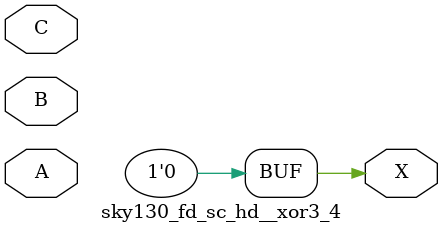
<source format=v>
module sky130_ef_sc_hd__decap_12();	// file.cleaned.mlir:2:3
endmodule

module sky130_ef_sc_hd__fill_12();	// file.cleaned.mlir:5:3
endmodule

module sky130_ef_sc_hd__fill_4();	// file.cleaned.mlir:8:3
endmodule

module sky130_ef_sc_hd__fill_8();	// file.cleaned.mlir:11:3
endmodule

module sky130_fd_sc_hd__a2111o_1(	// file.cleaned.mlir:14:3
  input  A1,	// file.cleaned.mlir:14:43
         A2,	// file.cleaned.mlir:14:56
         B1,	// file.cleaned.mlir:14:69
         C1,	// file.cleaned.mlir:14:82
         D1,	// file.cleaned.mlir:14:95
  output X	// file.cleaned.mlir:14:109
);

  assign X = 1'h0;	// file.cleaned.mlir:15:14, :16:5
endmodule

module sky130_fd_sc_hd__a2111o_2(	// file.cleaned.mlir:18:3
  input  A1,	// file.cleaned.mlir:18:43
         A2,	// file.cleaned.mlir:18:56
         B1,	// file.cleaned.mlir:18:69
         C1,	// file.cleaned.mlir:18:82
         D1,	// file.cleaned.mlir:18:95
  output X	// file.cleaned.mlir:18:109
);

  assign X = 1'h0;	// file.cleaned.mlir:19:14, :20:5
endmodule

module sky130_fd_sc_hd__a2111o_4(	// file.cleaned.mlir:22:3
  input  A1,	// file.cleaned.mlir:22:43
         A2,	// file.cleaned.mlir:22:56
         B1,	// file.cleaned.mlir:22:69
         C1,	// file.cleaned.mlir:22:82
         D1,	// file.cleaned.mlir:22:95
  output X	// file.cleaned.mlir:22:109
);

  assign X = 1'h0;	// file.cleaned.mlir:23:14, :24:5
endmodule

module sky130_fd_sc_hd__a2111oi_0(	// file.cleaned.mlir:26:3
  input  A1,	// file.cleaned.mlir:26:44
         A2,	// file.cleaned.mlir:26:57
         B1,	// file.cleaned.mlir:26:70
         C1,	// file.cleaned.mlir:26:83
         D1,	// file.cleaned.mlir:26:96
  output Y	// file.cleaned.mlir:26:110
);

  assign Y = 1'h0;	// file.cleaned.mlir:27:14, :28:5
endmodule

module sky130_fd_sc_hd__a2111oi_1(	// file.cleaned.mlir:30:3
  input  A1,	// file.cleaned.mlir:30:44
         A2,	// file.cleaned.mlir:30:57
         B1,	// file.cleaned.mlir:30:70
         C1,	// file.cleaned.mlir:30:83
         D1,	// file.cleaned.mlir:30:96
  output Y	// file.cleaned.mlir:30:110
);

  assign Y = 1'h0;	// file.cleaned.mlir:31:14, :32:5
endmodule

module sky130_fd_sc_hd__a2111oi_2(	// file.cleaned.mlir:34:3
  input  A1,	// file.cleaned.mlir:34:44
         A2,	// file.cleaned.mlir:34:57
         B1,	// file.cleaned.mlir:34:70
         C1,	// file.cleaned.mlir:34:83
         D1,	// file.cleaned.mlir:34:96
  output Y	// file.cleaned.mlir:34:110
);

  assign Y = 1'h0;	// file.cleaned.mlir:35:14, :36:5
endmodule

module sky130_fd_sc_hd__a2111oi_4(	// file.cleaned.mlir:38:3
  input  A1,	// file.cleaned.mlir:38:44
         A2,	// file.cleaned.mlir:38:57
         B1,	// file.cleaned.mlir:38:70
         C1,	// file.cleaned.mlir:38:83
         D1,	// file.cleaned.mlir:38:96
  output Y	// file.cleaned.mlir:38:110
);

  assign Y = 1'h0;	// file.cleaned.mlir:39:14, :40:5
endmodule

module sky130_fd_sc_hd__a211o_1(	// file.cleaned.mlir:42:3
  input  A1,	// file.cleaned.mlir:42:42
         A2,	// file.cleaned.mlir:42:55
         B1,	// file.cleaned.mlir:42:68
         C1,	// file.cleaned.mlir:42:81
  output X	// file.cleaned.mlir:42:95
);

  assign X = 1'h0;	// file.cleaned.mlir:43:14, :44:5
endmodule

module sky130_fd_sc_hd__a211o_2(	// file.cleaned.mlir:46:3
  input  A1,	// file.cleaned.mlir:46:42
         A2,	// file.cleaned.mlir:46:55
         B1,	// file.cleaned.mlir:46:68
         C1,	// file.cleaned.mlir:46:81
  output X	// file.cleaned.mlir:46:95
);

  assign X = 1'h0;	// file.cleaned.mlir:47:14, :48:5
endmodule

module sky130_fd_sc_hd__a211o_4(	// file.cleaned.mlir:50:3
  input  A1,	// file.cleaned.mlir:50:42
         A2,	// file.cleaned.mlir:50:55
         B1,	// file.cleaned.mlir:50:68
         C1,	// file.cleaned.mlir:50:81
  output X	// file.cleaned.mlir:50:95
);

  assign X = 1'h0;	// file.cleaned.mlir:51:14, :52:5
endmodule

module sky130_fd_sc_hd__a211oi_1(	// file.cleaned.mlir:54:3
  input  A1,	// file.cleaned.mlir:54:43
         A2,	// file.cleaned.mlir:54:56
         B1,	// file.cleaned.mlir:54:69
         C1,	// file.cleaned.mlir:54:82
  output Y	// file.cleaned.mlir:54:96
);

  assign Y = 1'h0;	// file.cleaned.mlir:55:14, :56:5
endmodule

module sky130_fd_sc_hd__a211oi_2(	// file.cleaned.mlir:58:3
  input  A1,	// file.cleaned.mlir:58:43
         A2,	// file.cleaned.mlir:58:56
         B1,	// file.cleaned.mlir:58:69
         C1,	// file.cleaned.mlir:58:82
  output Y	// file.cleaned.mlir:58:96
);

  assign Y = 1'h0;	// file.cleaned.mlir:59:14, :60:5
endmodule

module sky130_fd_sc_hd__a211oi_4(	// file.cleaned.mlir:62:3
  input  A1,	// file.cleaned.mlir:62:43
         A2,	// file.cleaned.mlir:62:56
         B1,	// file.cleaned.mlir:62:69
         C1,	// file.cleaned.mlir:62:82
  output Y	// file.cleaned.mlir:62:96
);

  assign Y = 1'h0;	// file.cleaned.mlir:63:14, :64:5
endmodule

module sky130_fd_sc_hd__a21bo_1(	// file.cleaned.mlir:66:3
  input  A1,	// file.cleaned.mlir:66:42
         A2,	// file.cleaned.mlir:66:55
         B1_N,	// file.cleaned.mlir:66:68
  output X	// file.cleaned.mlir:66:84
);

  assign X = 1'h0;	// file.cleaned.mlir:67:14, :68:5
endmodule

module sky130_fd_sc_hd__a21bo_2(	// file.cleaned.mlir:70:3
  input  A1,	// file.cleaned.mlir:70:42
         A2,	// file.cleaned.mlir:70:55
         B1_N,	// file.cleaned.mlir:70:68
  output X	// file.cleaned.mlir:70:84
);

  assign X = 1'h0;	// file.cleaned.mlir:71:14, :72:5
endmodule

module sky130_fd_sc_hd__a21bo_4(	// file.cleaned.mlir:74:3
  input  A1,	// file.cleaned.mlir:74:42
         A2,	// file.cleaned.mlir:74:55
         B1_N,	// file.cleaned.mlir:74:68
  output X	// file.cleaned.mlir:74:84
);

  assign X = 1'h0;	// file.cleaned.mlir:75:14, :76:5
endmodule

module sky130_fd_sc_hd__a21boi_0(	// file.cleaned.mlir:78:3
  input  A1,	// file.cleaned.mlir:78:43
         A2,	// file.cleaned.mlir:78:56
         B1_N,	// file.cleaned.mlir:78:69
  output Y	// file.cleaned.mlir:78:85
);

  assign Y = 1'h0;	// file.cleaned.mlir:79:14, :80:5
endmodule

module sky130_fd_sc_hd__a21boi_1(	// file.cleaned.mlir:82:3
  input  A1,	// file.cleaned.mlir:82:43
         A2,	// file.cleaned.mlir:82:56
         B1_N,	// file.cleaned.mlir:82:69
  output Y	// file.cleaned.mlir:82:85
);

  assign Y = 1'h0;	// file.cleaned.mlir:83:14, :84:5
endmodule

module sky130_fd_sc_hd__a21boi_2(	// file.cleaned.mlir:86:3
  input  A1,	// file.cleaned.mlir:86:43
         A2,	// file.cleaned.mlir:86:56
         B1_N,	// file.cleaned.mlir:86:69
  output Y	// file.cleaned.mlir:86:85
);

  assign Y = 1'h0;	// file.cleaned.mlir:87:14, :88:5
endmodule

module sky130_fd_sc_hd__a21boi_4(	// file.cleaned.mlir:90:3
  input  A1,	// file.cleaned.mlir:90:43
         A2,	// file.cleaned.mlir:90:56
         B1_N,	// file.cleaned.mlir:90:69
  output Y	// file.cleaned.mlir:90:85
);

  assign Y = 1'h0;	// file.cleaned.mlir:91:14, :92:5
endmodule

module sky130_fd_sc_hd__a21o_1(	// file.cleaned.mlir:94:3
  input  A1,	// file.cleaned.mlir:94:41
         A2,	// file.cleaned.mlir:94:54
         B1,	// file.cleaned.mlir:94:67
  output X	// file.cleaned.mlir:94:81
);

  assign X = 1'h0;	// file.cleaned.mlir:95:14, :96:5
endmodule

module sky130_fd_sc_hd__a21o_2(	// file.cleaned.mlir:98:3
  input  A1,	// file.cleaned.mlir:98:41
         A2,	// file.cleaned.mlir:98:54
         B1,	// file.cleaned.mlir:98:67
  output X	// file.cleaned.mlir:98:81
);

  assign X = 1'h0;	// file.cleaned.mlir:99:14, :100:5
endmodule

module sky130_fd_sc_hd__a21o_4(	// file.cleaned.mlir:102:3
  input  A1,	// file.cleaned.mlir:102:41
         A2,	// file.cleaned.mlir:102:54
         B1,	// file.cleaned.mlir:102:67
  output X	// file.cleaned.mlir:102:81
);

  assign X = 1'h0;	// file.cleaned.mlir:103:14, :104:5
endmodule

module sky130_fd_sc_hd__a21oi_1(	// file.cleaned.mlir:106:3
  input  A1,	// file.cleaned.mlir:106:42
         A2,	// file.cleaned.mlir:106:55
         B1,	// file.cleaned.mlir:106:68
  output Y	// file.cleaned.mlir:106:82
);

  assign Y = 1'h0;	// file.cleaned.mlir:107:14, :108:5
endmodule

module sky130_fd_sc_hd__a21oi_2(	// file.cleaned.mlir:110:3
  input  A1,	// file.cleaned.mlir:110:42
         A2,	// file.cleaned.mlir:110:55
         B1,	// file.cleaned.mlir:110:68
  output Y	// file.cleaned.mlir:110:82
);

  assign Y = 1'h0;	// file.cleaned.mlir:111:14, :112:5
endmodule

module sky130_fd_sc_hd__a21oi_4(	// file.cleaned.mlir:114:3
  input  A1,	// file.cleaned.mlir:114:42
         A2,	// file.cleaned.mlir:114:55
         B1,	// file.cleaned.mlir:114:68
  output Y	// file.cleaned.mlir:114:82
);

  assign Y = 1'h0;	// file.cleaned.mlir:115:14, :116:5
endmodule

module sky130_fd_sc_hd__a221o_1(	// file.cleaned.mlir:118:3
  input  A1,	// file.cleaned.mlir:118:42
         A2,	// file.cleaned.mlir:118:55
         B1,	// file.cleaned.mlir:118:68
         B2,	// file.cleaned.mlir:118:81
         C1,	// file.cleaned.mlir:118:94
  output X	// file.cleaned.mlir:118:108
);

  assign X = 1'h0;	// file.cleaned.mlir:119:14, :120:5
endmodule

module sky130_fd_sc_hd__a221o_2(	// file.cleaned.mlir:122:3
  input  A1,	// file.cleaned.mlir:122:42
         A2,	// file.cleaned.mlir:122:55
         B1,	// file.cleaned.mlir:122:68
         B2,	// file.cleaned.mlir:122:81
         C1,	// file.cleaned.mlir:122:94
  output X	// file.cleaned.mlir:122:108
);

  assign X = 1'h0;	// file.cleaned.mlir:123:14, :124:5
endmodule

module sky130_fd_sc_hd__a221o_4(	// file.cleaned.mlir:126:3
  input  A1,	// file.cleaned.mlir:126:42
         A2,	// file.cleaned.mlir:126:55
         B1,	// file.cleaned.mlir:126:68
         B2,	// file.cleaned.mlir:126:81
         C1,	// file.cleaned.mlir:126:94
  output X	// file.cleaned.mlir:126:108
);

  assign X = 1'h0;	// file.cleaned.mlir:127:14, :128:5
endmodule

module sky130_fd_sc_hd__a221oi_1(	// file.cleaned.mlir:130:3
  input  A1,	// file.cleaned.mlir:130:43
         A2,	// file.cleaned.mlir:130:56
         B1,	// file.cleaned.mlir:130:69
         B2,	// file.cleaned.mlir:130:82
         C1,	// file.cleaned.mlir:130:95
  output Y	// file.cleaned.mlir:130:109
);

  assign Y = 1'h0;	// file.cleaned.mlir:131:14, :132:5
endmodule

module sky130_fd_sc_hd__a221oi_2(	// file.cleaned.mlir:134:3
  input  A1,	// file.cleaned.mlir:134:43
         A2,	// file.cleaned.mlir:134:56
         B1,	// file.cleaned.mlir:134:69
         B2,	// file.cleaned.mlir:134:82
         C1,	// file.cleaned.mlir:134:95
  output Y	// file.cleaned.mlir:134:109
);

  assign Y = 1'h0;	// file.cleaned.mlir:135:14, :136:5
endmodule

module sky130_fd_sc_hd__a221oi_4(	// file.cleaned.mlir:138:3
  input  A1,	// file.cleaned.mlir:138:43
         A2,	// file.cleaned.mlir:138:56
         B1,	// file.cleaned.mlir:138:69
         B2,	// file.cleaned.mlir:138:82
         C1,	// file.cleaned.mlir:138:95
  output Y	// file.cleaned.mlir:138:109
);

  assign Y = 1'h0;	// file.cleaned.mlir:139:14, :140:5
endmodule

module sky130_fd_sc_hd__a222oi_1(	// file.cleaned.mlir:142:3
  input  A1,	// file.cleaned.mlir:142:43
         A2,	// file.cleaned.mlir:142:56
         B1,	// file.cleaned.mlir:142:69
         B2,	// file.cleaned.mlir:142:82
         C1,	// file.cleaned.mlir:142:95
         C2,	// file.cleaned.mlir:142:108
  output Y	// file.cleaned.mlir:142:122
);

  assign Y = 1'h0;	// file.cleaned.mlir:143:14, :144:5
endmodule

module sky130_fd_sc_hd__a22o_1(	// file.cleaned.mlir:146:3
  input  A1,	// file.cleaned.mlir:146:41
         A2,	// file.cleaned.mlir:146:54
         B1,	// file.cleaned.mlir:146:67
         B2,	// file.cleaned.mlir:146:80
  output X	// file.cleaned.mlir:146:94
);

  assign X = 1'h0;	// file.cleaned.mlir:147:14, :148:5
endmodule

module sky130_fd_sc_hd__a22o_2(	// file.cleaned.mlir:150:3
  input  A1,	// file.cleaned.mlir:150:41
         A2,	// file.cleaned.mlir:150:54
         B1,	// file.cleaned.mlir:150:67
         B2,	// file.cleaned.mlir:150:80
  output X	// file.cleaned.mlir:150:94
);

  assign X = 1'h0;	// file.cleaned.mlir:151:14, :152:5
endmodule

module sky130_fd_sc_hd__a22o_4(	// file.cleaned.mlir:154:3
  input  A1,	// file.cleaned.mlir:154:41
         A2,	// file.cleaned.mlir:154:54
         B1,	// file.cleaned.mlir:154:67
         B2,	// file.cleaned.mlir:154:80
  output X	// file.cleaned.mlir:154:94
);

  assign X = 1'h0;	// file.cleaned.mlir:155:14, :156:5
endmodule

module sky130_fd_sc_hd__a22oi_1(	// file.cleaned.mlir:158:3
  input  A1,	// file.cleaned.mlir:158:42
         A2,	// file.cleaned.mlir:158:55
         B1,	// file.cleaned.mlir:158:68
         B2,	// file.cleaned.mlir:158:81
  output Y	// file.cleaned.mlir:158:95
);

  assign Y = 1'h0;	// file.cleaned.mlir:159:14, :160:5
endmodule

module sky130_fd_sc_hd__a22oi_2(	// file.cleaned.mlir:162:3
  input  A1,	// file.cleaned.mlir:162:42
         A2,	// file.cleaned.mlir:162:55
         B1,	// file.cleaned.mlir:162:68
         B2,	// file.cleaned.mlir:162:81
  output Y	// file.cleaned.mlir:162:95
);

  assign Y = 1'h0;	// file.cleaned.mlir:163:14, :164:5
endmodule

module sky130_fd_sc_hd__a22oi_4(	// file.cleaned.mlir:166:3
  input  A1,	// file.cleaned.mlir:166:42
         A2,	// file.cleaned.mlir:166:55
         B1,	// file.cleaned.mlir:166:68
         B2,	// file.cleaned.mlir:166:81
  output Y	// file.cleaned.mlir:166:95
);

  assign Y = 1'h0;	// file.cleaned.mlir:167:14, :168:5
endmodule

module sky130_fd_sc_hd__a2bb2o_1(	// file.cleaned.mlir:170:3
  input  A1_N,	// file.cleaned.mlir:170:43
         A2_N,	// file.cleaned.mlir:170:58
         B1,	// file.cleaned.mlir:170:73
         B2,	// file.cleaned.mlir:170:86
  output X	// file.cleaned.mlir:170:100
);

  assign X = 1'h0;	// file.cleaned.mlir:171:14, :172:5
endmodule

module sky130_fd_sc_hd__a2bb2o_2(	// file.cleaned.mlir:174:3
  input  A1_N,	// file.cleaned.mlir:174:43
         A2_N,	// file.cleaned.mlir:174:58
         B1,	// file.cleaned.mlir:174:73
         B2,	// file.cleaned.mlir:174:86
  output X	// file.cleaned.mlir:174:100
);

  assign X = 1'h0;	// file.cleaned.mlir:175:14, :176:5
endmodule

module sky130_fd_sc_hd__a2bb2o_4(	// file.cleaned.mlir:178:3
  input  A1_N,	// file.cleaned.mlir:178:43
         A2_N,	// file.cleaned.mlir:178:58
         B1,	// file.cleaned.mlir:178:73
         B2,	// file.cleaned.mlir:178:86
  output X	// file.cleaned.mlir:178:100
);

  assign X = 1'h0;	// file.cleaned.mlir:179:14, :180:5
endmodule

module sky130_fd_sc_hd__a2bb2oi_1(	// file.cleaned.mlir:182:3
  input  A1_N,	// file.cleaned.mlir:182:44
         A2_N,	// file.cleaned.mlir:182:59
         B1,	// file.cleaned.mlir:182:74
         B2,	// file.cleaned.mlir:182:87
  output Y	// file.cleaned.mlir:182:101
);

  assign Y = 1'h0;	// file.cleaned.mlir:183:14, :184:5
endmodule

module sky130_fd_sc_hd__a2bb2oi_2(	// file.cleaned.mlir:186:3
  input  A1_N,	// file.cleaned.mlir:186:44
         A2_N,	// file.cleaned.mlir:186:59
         B1,	// file.cleaned.mlir:186:74
         B2,	// file.cleaned.mlir:186:87
  output Y	// file.cleaned.mlir:186:101
);

  assign Y = 1'h0;	// file.cleaned.mlir:187:14, :188:5
endmodule

module sky130_fd_sc_hd__a2bb2oi_4(	// file.cleaned.mlir:190:3
  input  A1_N,	// file.cleaned.mlir:190:44
         A2_N,	// file.cleaned.mlir:190:59
         B1,	// file.cleaned.mlir:190:74
         B2,	// file.cleaned.mlir:190:87
  output Y	// file.cleaned.mlir:190:101
);

  assign Y = 1'h0;	// file.cleaned.mlir:191:14, :192:5
endmodule

module sky130_fd_sc_hd__a311o_1(	// file.cleaned.mlir:194:3
  input  A1,	// file.cleaned.mlir:194:42
         A2,	// file.cleaned.mlir:194:55
         A3,	// file.cleaned.mlir:194:68
         B1,	// file.cleaned.mlir:194:81
         C1,	// file.cleaned.mlir:194:94
  output X	// file.cleaned.mlir:194:108
);

  assign X = 1'h0;	// file.cleaned.mlir:195:14, :196:5
endmodule

module sky130_fd_sc_hd__a311o_2(	// file.cleaned.mlir:198:3
  input  A1,	// file.cleaned.mlir:198:42
         A2,	// file.cleaned.mlir:198:55
         A3,	// file.cleaned.mlir:198:68
         B1,	// file.cleaned.mlir:198:81
         C1,	// file.cleaned.mlir:198:94
  output X	// file.cleaned.mlir:198:108
);

  assign X = 1'h0;	// file.cleaned.mlir:199:14, :200:5
endmodule

module sky130_fd_sc_hd__a311o_4(	// file.cleaned.mlir:202:3
  input  A1,	// file.cleaned.mlir:202:42
         A2,	// file.cleaned.mlir:202:55
         A3,	// file.cleaned.mlir:202:68
         B1,	// file.cleaned.mlir:202:81
         C1,	// file.cleaned.mlir:202:94
  output X	// file.cleaned.mlir:202:108
);

  assign X = 1'h0;	// file.cleaned.mlir:203:14, :204:5
endmodule

module sky130_fd_sc_hd__a311oi_1(	// file.cleaned.mlir:206:3
  input  A1,	// file.cleaned.mlir:206:43
         A2,	// file.cleaned.mlir:206:56
         A3,	// file.cleaned.mlir:206:69
         B1,	// file.cleaned.mlir:206:82
         C1,	// file.cleaned.mlir:206:95
  output Y	// file.cleaned.mlir:206:109
);

  assign Y = 1'h0;	// file.cleaned.mlir:207:14, :208:5
endmodule

module sky130_fd_sc_hd__a311oi_2(	// file.cleaned.mlir:210:3
  input  A1,	// file.cleaned.mlir:210:43
         A2,	// file.cleaned.mlir:210:56
         A3,	// file.cleaned.mlir:210:69
         B1,	// file.cleaned.mlir:210:82
         C1,	// file.cleaned.mlir:210:95
  output Y	// file.cleaned.mlir:210:109
);

  assign Y = 1'h0;	// file.cleaned.mlir:211:14, :212:5
endmodule

module sky130_fd_sc_hd__a311oi_4(	// file.cleaned.mlir:214:3
  input  A1,	// file.cleaned.mlir:214:43
         A2,	// file.cleaned.mlir:214:56
         A3,	// file.cleaned.mlir:214:69
         B1,	// file.cleaned.mlir:214:82
         C1,	// file.cleaned.mlir:214:95
  output Y	// file.cleaned.mlir:214:109
);

  assign Y = 1'h0;	// file.cleaned.mlir:215:14, :216:5
endmodule

module sky130_fd_sc_hd__a31o_1(	// file.cleaned.mlir:218:3
  input  A1,	// file.cleaned.mlir:218:41
         A2,	// file.cleaned.mlir:218:54
         A3,	// file.cleaned.mlir:218:67
         B1,	// file.cleaned.mlir:218:80
  output X	// file.cleaned.mlir:218:94
);

  assign X = 1'h0;	// file.cleaned.mlir:219:14, :220:5
endmodule

module sky130_fd_sc_hd__a31o_2(	// file.cleaned.mlir:222:3
  input  A1,	// file.cleaned.mlir:222:41
         A2,	// file.cleaned.mlir:222:54
         A3,	// file.cleaned.mlir:222:67
         B1,	// file.cleaned.mlir:222:80
  output X	// file.cleaned.mlir:222:94
);

  assign X = 1'h0;	// file.cleaned.mlir:223:14, :224:5
endmodule

module sky130_fd_sc_hd__a31o_4(	// file.cleaned.mlir:226:3
  input  A1,	// file.cleaned.mlir:226:41
         A2,	// file.cleaned.mlir:226:54
         A3,	// file.cleaned.mlir:226:67
         B1,	// file.cleaned.mlir:226:80
  output X	// file.cleaned.mlir:226:94
);

  assign X = 1'h0;	// file.cleaned.mlir:227:14, :228:5
endmodule

module sky130_fd_sc_hd__a31oi_1(	// file.cleaned.mlir:230:3
  input  A1,	// file.cleaned.mlir:230:42
         A2,	// file.cleaned.mlir:230:55
         A3,	// file.cleaned.mlir:230:68
         B1,	// file.cleaned.mlir:230:81
  output Y	// file.cleaned.mlir:230:95
);

  assign Y = 1'h0;	// file.cleaned.mlir:231:14, :232:5
endmodule

module sky130_fd_sc_hd__a31oi_2(	// file.cleaned.mlir:234:3
  input  A1,	// file.cleaned.mlir:234:42
         A2,	// file.cleaned.mlir:234:55
         A3,	// file.cleaned.mlir:234:68
         B1,	// file.cleaned.mlir:234:81
  output Y	// file.cleaned.mlir:234:95
);

  assign Y = 1'h0;	// file.cleaned.mlir:235:14, :236:5
endmodule

module sky130_fd_sc_hd__a31oi_4(	// file.cleaned.mlir:238:3
  input  A1,	// file.cleaned.mlir:238:42
         A2,	// file.cleaned.mlir:238:55
         A3,	// file.cleaned.mlir:238:68
         B1,	// file.cleaned.mlir:238:81
  output Y	// file.cleaned.mlir:238:95
);

  assign Y = 1'h0;	// file.cleaned.mlir:239:14, :240:5
endmodule

module sky130_fd_sc_hd__a32o_1(	// file.cleaned.mlir:242:3
  input  A1,	// file.cleaned.mlir:242:41
         A2,	// file.cleaned.mlir:242:54
         A3,	// file.cleaned.mlir:242:67
         B1,	// file.cleaned.mlir:242:80
         B2,	// file.cleaned.mlir:242:93
  output X	// file.cleaned.mlir:242:107
);

  assign X = 1'h0;	// file.cleaned.mlir:243:14, :244:5
endmodule

module sky130_fd_sc_hd__a32o_2(	// file.cleaned.mlir:246:3
  input  A1,	// file.cleaned.mlir:246:41
         A2,	// file.cleaned.mlir:246:54
         A3,	// file.cleaned.mlir:246:67
         B1,	// file.cleaned.mlir:246:80
         B2,	// file.cleaned.mlir:246:93
  output X	// file.cleaned.mlir:246:107
);

  assign X = 1'h0;	// file.cleaned.mlir:247:14, :248:5
endmodule

module sky130_fd_sc_hd__a32o_4(	// file.cleaned.mlir:250:3
  input  A1,	// file.cleaned.mlir:250:41
         A2,	// file.cleaned.mlir:250:54
         A3,	// file.cleaned.mlir:250:67
         B1,	// file.cleaned.mlir:250:80
         B2,	// file.cleaned.mlir:250:93
  output X	// file.cleaned.mlir:250:107
);

  assign X = 1'h0;	// file.cleaned.mlir:251:14, :252:5
endmodule

module sky130_fd_sc_hd__a32oi_1(	// file.cleaned.mlir:254:3
  input  A1,	// file.cleaned.mlir:254:42
         A2,	// file.cleaned.mlir:254:55
         A3,	// file.cleaned.mlir:254:68
         B1,	// file.cleaned.mlir:254:81
         B2,	// file.cleaned.mlir:254:94
  output Y	// file.cleaned.mlir:254:108
);

  assign Y = 1'h0;	// file.cleaned.mlir:255:14, :256:5
endmodule

module sky130_fd_sc_hd__a32oi_2(	// file.cleaned.mlir:258:3
  input  A1,	// file.cleaned.mlir:258:42
         A2,	// file.cleaned.mlir:258:55
         A3,	// file.cleaned.mlir:258:68
         B1,	// file.cleaned.mlir:258:81
         B2,	// file.cleaned.mlir:258:94
  output Y	// file.cleaned.mlir:258:108
);

  assign Y = 1'h0;	// file.cleaned.mlir:259:14, :260:5
endmodule

module sky130_fd_sc_hd__a32oi_4(	// file.cleaned.mlir:262:3
  input  A1,	// file.cleaned.mlir:262:42
         A2,	// file.cleaned.mlir:262:55
         A3,	// file.cleaned.mlir:262:68
         B1,	// file.cleaned.mlir:262:81
         B2,	// file.cleaned.mlir:262:94
  output Y	// file.cleaned.mlir:262:108
);

  assign Y = 1'h0;	// file.cleaned.mlir:263:14, :264:5
endmodule

module sky130_fd_sc_hd__a41o_1(	// file.cleaned.mlir:266:3
  input  A1,	// file.cleaned.mlir:266:41
         A2,	// file.cleaned.mlir:266:54
         A3,	// file.cleaned.mlir:266:67
         A4,	// file.cleaned.mlir:266:80
         B1,	// file.cleaned.mlir:266:93
  output X	// file.cleaned.mlir:266:107
);

  assign X = 1'h0;	// file.cleaned.mlir:267:14, :268:5
endmodule

module sky130_fd_sc_hd__a41o_2(	// file.cleaned.mlir:270:3
  input  A1,	// file.cleaned.mlir:270:41
         A2,	// file.cleaned.mlir:270:54
         A3,	// file.cleaned.mlir:270:67
         A4,	// file.cleaned.mlir:270:80
         B1,	// file.cleaned.mlir:270:93
  output X	// file.cleaned.mlir:270:107
);

  assign X = 1'h0;	// file.cleaned.mlir:271:14, :272:5
endmodule

module sky130_fd_sc_hd__a41o_4(	// file.cleaned.mlir:274:3
  input  A1,	// file.cleaned.mlir:274:41
         A2,	// file.cleaned.mlir:274:54
         A3,	// file.cleaned.mlir:274:67
         A4,	// file.cleaned.mlir:274:80
         B1,	// file.cleaned.mlir:274:93
  output X	// file.cleaned.mlir:274:107
);

  assign X = 1'h0;	// file.cleaned.mlir:275:14, :276:5
endmodule

module sky130_fd_sc_hd__a41oi_1(	// file.cleaned.mlir:278:3
  input  A1,	// file.cleaned.mlir:278:42
         A2,	// file.cleaned.mlir:278:55
         A3,	// file.cleaned.mlir:278:68
         A4,	// file.cleaned.mlir:278:81
         B1,	// file.cleaned.mlir:278:94
  output Y	// file.cleaned.mlir:278:108
);

  assign Y = 1'h0;	// file.cleaned.mlir:279:14, :280:5
endmodule

module sky130_fd_sc_hd__a41oi_2(	// file.cleaned.mlir:282:3
  input  A1,	// file.cleaned.mlir:282:42
         A2,	// file.cleaned.mlir:282:55
         A3,	// file.cleaned.mlir:282:68
         A4,	// file.cleaned.mlir:282:81
         B1,	// file.cleaned.mlir:282:94
  output Y	// file.cleaned.mlir:282:108
);

  assign Y = 1'h0;	// file.cleaned.mlir:283:14, :284:5
endmodule

module sky130_fd_sc_hd__a41oi_4(	// file.cleaned.mlir:286:3
  input  A1,	// file.cleaned.mlir:286:42
         A2,	// file.cleaned.mlir:286:55
         A3,	// file.cleaned.mlir:286:68
         A4,	// file.cleaned.mlir:286:81
         B1,	// file.cleaned.mlir:286:94
  output Y	// file.cleaned.mlir:286:108
);

  assign Y = 1'h0;	// file.cleaned.mlir:287:14, :288:5
endmodule

module sky130_fd_sc_hd__and2_0(	// file.cleaned.mlir:290:3
  input  A,	// file.cleaned.mlir:290:41
         B,	// file.cleaned.mlir:290:53
  output X	// file.cleaned.mlir:290:66
);

  assign X = 1'h0;	// file.cleaned.mlir:291:14, :292:5
endmodule

module sky130_fd_sc_hd__and2_1(	// file.cleaned.mlir:294:3
  input  A,	// file.cleaned.mlir:294:41
         B,	// file.cleaned.mlir:294:53
  output X	// file.cleaned.mlir:294:66
);

  assign X = 1'h0;	// file.cleaned.mlir:295:14, :296:5
endmodule

module sky130_fd_sc_hd__and2_2(	// file.cleaned.mlir:298:3
  input  A,	// file.cleaned.mlir:298:41
         B,	// file.cleaned.mlir:298:53
  output X	// file.cleaned.mlir:298:66
);

  assign X = 1'h0;	// file.cleaned.mlir:299:14, :300:5
endmodule

module sky130_fd_sc_hd__and2_4(	// file.cleaned.mlir:302:3
  input  A,	// file.cleaned.mlir:302:41
         B,	// file.cleaned.mlir:302:53
  output X	// file.cleaned.mlir:302:66
);

  assign X = 1'h0;	// file.cleaned.mlir:303:14, :304:5
endmodule

module sky130_fd_sc_hd__and2b_1(	// file.cleaned.mlir:306:3
  input  A_N,	// file.cleaned.mlir:306:42
         B,	// file.cleaned.mlir:306:56
  output X	// file.cleaned.mlir:306:69
);

  assign X = 1'h0;	// file.cleaned.mlir:307:14, :308:5
endmodule

module sky130_fd_sc_hd__and2b_2(	// file.cleaned.mlir:310:3
  input  A_N,	// file.cleaned.mlir:310:42
         B,	// file.cleaned.mlir:310:56
  output X	// file.cleaned.mlir:310:69
);

  assign X = 1'h0;	// file.cleaned.mlir:311:14, :312:5
endmodule

module sky130_fd_sc_hd__and2b_4(	// file.cleaned.mlir:314:3
  input  A_N,	// file.cleaned.mlir:314:42
         B,	// file.cleaned.mlir:314:56
  output X	// file.cleaned.mlir:314:69
);

  assign X = 1'h0;	// file.cleaned.mlir:315:14, :316:5
endmodule

module sky130_fd_sc_hd__and3_1(	// file.cleaned.mlir:318:3
  input  A,	// file.cleaned.mlir:318:41
         B,	// file.cleaned.mlir:318:53
         C,	// file.cleaned.mlir:318:65
  output X	// file.cleaned.mlir:318:78
);

  assign X = 1'h0;	// file.cleaned.mlir:319:14, :320:5
endmodule

module sky130_fd_sc_hd__and3_2(	// file.cleaned.mlir:322:3
  input  A,	// file.cleaned.mlir:322:41
         B,	// file.cleaned.mlir:322:53
         C,	// file.cleaned.mlir:322:65
  output X	// file.cleaned.mlir:322:78
);

  assign X = 1'h0;	// file.cleaned.mlir:323:14, :324:5
endmodule

module sky130_fd_sc_hd__and3_4(	// file.cleaned.mlir:326:3
  input  A,	// file.cleaned.mlir:326:41
         B,	// file.cleaned.mlir:326:53
         C,	// file.cleaned.mlir:326:65
  output X	// file.cleaned.mlir:326:78
);

  assign X = 1'h0;	// file.cleaned.mlir:327:14, :328:5
endmodule

module sky130_fd_sc_hd__and3b_1(	// file.cleaned.mlir:330:3
  input  A_N,	// file.cleaned.mlir:330:42
         B,	// file.cleaned.mlir:330:56
         C,	// file.cleaned.mlir:330:68
  output X	// file.cleaned.mlir:330:81
);

  assign X = 1'h0;	// file.cleaned.mlir:331:14, :332:5
endmodule

module sky130_fd_sc_hd__and3b_2(	// file.cleaned.mlir:334:3
  input  A_N,	// file.cleaned.mlir:334:42
         B,	// file.cleaned.mlir:334:56
         C,	// file.cleaned.mlir:334:68
  output X	// file.cleaned.mlir:334:81
);

  assign X = 1'h0;	// file.cleaned.mlir:335:14, :336:5
endmodule

module sky130_fd_sc_hd__and3b_4(	// file.cleaned.mlir:338:3
  input  A_N,	// file.cleaned.mlir:338:42
         B,	// file.cleaned.mlir:338:56
         C,	// file.cleaned.mlir:338:68
  output X	// file.cleaned.mlir:338:81
);

  assign X = 1'h0;	// file.cleaned.mlir:339:14, :340:5
endmodule

module sky130_fd_sc_hd__and4_1(	// file.cleaned.mlir:342:3
  input  A,	// file.cleaned.mlir:342:41
         B,	// file.cleaned.mlir:342:53
         C,	// file.cleaned.mlir:342:65
         D,	// file.cleaned.mlir:342:77
  output X	// file.cleaned.mlir:342:90
);

  assign X = 1'h0;	// file.cleaned.mlir:343:14, :344:5
endmodule

module sky130_fd_sc_hd__and4_2(	// file.cleaned.mlir:346:3
  input  A,	// file.cleaned.mlir:346:41
         B,	// file.cleaned.mlir:346:53
         C,	// file.cleaned.mlir:346:65
         D,	// file.cleaned.mlir:346:77
  output X	// file.cleaned.mlir:346:90
);

  assign X = 1'h0;	// file.cleaned.mlir:347:14, :348:5
endmodule

module sky130_fd_sc_hd__and4_4(	// file.cleaned.mlir:350:3
  input  A,	// file.cleaned.mlir:350:41
         B,	// file.cleaned.mlir:350:53
         C,	// file.cleaned.mlir:350:65
         D,	// file.cleaned.mlir:350:77
  output X	// file.cleaned.mlir:350:90
);

  assign X = 1'h0;	// file.cleaned.mlir:351:14, :352:5
endmodule

module sky130_fd_sc_hd__and4b_1(	// file.cleaned.mlir:354:3
  input  A_N,	// file.cleaned.mlir:354:42
         B,	// file.cleaned.mlir:354:56
         C,	// file.cleaned.mlir:354:68
         D,	// file.cleaned.mlir:354:80
  output X	// file.cleaned.mlir:354:93
);

  assign X = 1'h0;	// file.cleaned.mlir:355:14, :356:5
endmodule

module sky130_fd_sc_hd__and4b_2(	// file.cleaned.mlir:358:3
  input  A_N,	// file.cleaned.mlir:358:42
         B,	// file.cleaned.mlir:358:56
         C,	// file.cleaned.mlir:358:68
         D,	// file.cleaned.mlir:358:80
  output X	// file.cleaned.mlir:358:93
);

  assign X = 1'h0;	// file.cleaned.mlir:359:14, :360:5
endmodule

module sky130_fd_sc_hd__and4b_4(	// file.cleaned.mlir:362:3
  input  A_N,	// file.cleaned.mlir:362:42
         B,	// file.cleaned.mlir:362:56
         C,	// file.cleaned.mlir:362:68
         D,	// file.cleaned.mlir:362:80
  output X	// file.cleaned.mlir:362:93
);

  assign X = 1'h0;	// file.cleaned.mlir:363:14, :364:5
endmodule

module sky130_fd_sc_hd__and4bb_1(	// file.cleaned.mlir:366:3
  input  A_N,	// file.cleaned.mlir:366:43
         B_N,	// file.cleaned.mlir:366:57
         C,	// file.cleaned.mlir:366:71
         D,	// file.cleaned.mlir:366:83
  output X	// file.cleaned.mlir:366:96
);

  assign X = 1'h0;	// file.cleaned.mlir:367:14, :368:5
endmodule

module sky130_fd_sc_hd__and4bb_2(	// file.cleaned.mlir:370:3
  input  A_N,	// file.cleaned.mlir:370:43
         B_N,	// file.cleaned.mlir:370:57
         C,	// file.cleaned.mlir:370:71
         D,	// file.cleaned.mlir:370:83
  output X	// file.cleaned.mlir:370:96
);

  assign X = 1'h0;	// file.cleaned.mlir:371:14, :372:5
endmodule

module sky130_fd_sc_hd__and4bb_4(	// file.cleaned.mlir:374:3
  input  A_N,	// file.cleaned.mlir:374:43
         B_N,	// file.cleaned.mlir:374:57
         C,	// file.cleaned.mlir:374:71
         D,	// file.cleaned.mlir:374:83
  output X	// file.cleaned.mlir:374:96
);

  assign X = 1'h0;	// file.cleaned.mlir:375:14, :376:5
endmodule

module sky130_fd_sc_hd__buf_1(	// file.cleaned.mlir:378:3
  input  A,	// file.cleaned.mlir:378:40
  output X	// file.cleaned.mlir:378:53
);

  assign X = 1'h0;	// file.cleaned.mlir:379:14, :380:5
endmodule

module sky130_fd_sc_hd__buf_12(	// file.cleaned.mlir:382:3
  input  A,	// file.cleaned.mlir:382:41
  output X	// file.cleaned.mlir:382:54
);

  assign X = 1'h0;	// file.cleaned.mlir:383:14, :384:5
endmodule

module sky130_fd_sc_hd__buf_16(	// file.cleaned.mlir:386:3
  input  A,	// file.cleaned.mlir:386:41
  output X	// file.cleaned.mlir:386:54
);

  assign X = 1'h0;	// file.cleaned.mlir:387:14, :388:5
endmodule

module sky130_fd_sc_hd__buf_2(	// file.cleaned.mlir:390:3
  input  A,	// file.cleaned.mlir:390:40
  output X	// file.cleaned.mlir:390:53
);

  assign X = 1'h0;	// file.cleaned.mlir:391:14, :392:5
endmodule

module sky130_fd_sc_hd__buf_4(	// file.cleaned.mlir:394:3
  input  A,	// file.cleaned.mlir:394:40
  output X	// file.cleaned.mlir:394:53
);

  assign X = 1'h0;	// file.cleaned.mlir:395:14, :396:5
endmodule

module sky130_fd_sc_hd__buf_6(	// file.cleaned.mlir:398:3
  input  A,	// file.cleaned.mlir:398:40
  output X	// file.cleaned.mlir:398:53
);

  assign X = 1'h0;	// file.cleaned.mlir:399:14, :400:5
endmodule

module sky130_fd_sc_hd__buf_8(	// file.cleaned.mlir:402:3
  input  A,	// file.cleaned.mlir:402:40
  output X	// file.cleaned.mlir:402:53
);

  assign X = 1'h0;	// file.cleaned.mlir:403:14, :404:5
endmodule

module sky130_fd_sc_hd__bufbuf_16(	// file.cleaned.mlir:406:3
  input  A,	// file.cleaned.mlir:406:44
  output X	// file.cleaned.mlir:406:57
);

  assign X = 1'h0;	// file.cleaned.mlir:407:14, :408:5
endmodule

module sky130_fd_sc_hd__bufbuf_8(	// file.cleaned.mlir:410:3
  input  A,	// file.cleaned.mlir:410:43
  output X	// file.cleaned.mlir:410:56
);

  assign X = 1'h0;	// file.cleaned.mlir:411:14, :412:5
endmodule

module sky130_fd_sc_hd__bufinv_16(	// file.cleaned.mlir:414:3
  input  A,	// file.cleaned.mlir:414:44
  output Y	// file.cleaned.mlir:414:57
);

  assign Y = 1'h0;	// file.cleaned.mlir:415:14, :416:5
endmodule

module sky130_fd_sc_hd__bufinv_8(	// file.cleaned.mlir:418:3
  input  A,	// file.cleaned.mlir:418:43
  output Y	// file.cleaned.mlir:418:56
);

  assign Y = 1'h0;	// file.cleaned.mlir:419:14, :420:5
endmodule

module sky130_fd_sc_hd__clkbuf_1(	// file.cleaned.mlir:422:3
  input  A,	// file.cleaned.mlir:422:43
  output X	// file.cleaned.mlir:422:56
);

  assign X = 1'h0;	// file.cleaned.mlir:423:14, :424:5
endmodule

module sky130_fd_sc_hd__clkbuf_16(	// file.cleaned.mlir:426:3
  input  A,	// file.cleaned.mlir:426:44
  output X	// file.cleaned.mlir:426:57
);

  assign X = 1'h0;	// file.cleaned.mlir:427:14, :428:5
endmodule

module sky130_fd_sc_hd__clkbuf_2(	// file.cleaned.mlir:430:3
  input  A,	// file.cleaned.mlir:430:43
  output X	// file.cleaned.mlir:430:56
);

  assign X = 1'h0;	// file.cleaned.mlir:431:14, :432:5
endmodule

module sky130_fd_sc_hd__clkbuf_4(	// file.cleaned.mlir:434:3
  input  A,	// file.cleaned.mlir:434:43
  output X	// file.cleaned.mlir:434:56
);

  assign X = 1'h0;	// file.cleaned.mlir:435:14, :436:5
endmodule

module sky130_fd_sc_hd__clkbuf_8(	// file.cleaned.mlir:438:3
  input  A,	// file.cleaned.mlir:438:43
  output X	// file.cleaned.mlir:438:56
);

  assign X = 1'h0;	// file.cleaned.mlir:439:14, :440:5
endmodule

module sky130_fd_sc_hd__clkdlybuf4s15_1(	// file.cleaned.mlir:442:3
  input  A,	// file.cleaned.mlir:442:50
  output X	// file.cleaned.mlir:442:63
);

  assign X = 1'h0;	// file.cleaned.mlir:443:14, :444:5
endmodule

module sky130_fd_sc_hd__clkdlybuf4s15_2(	// file.cleaned.mlir:446:3
  input  A,	// file.cleaned.mlir:446:50
  output X	// file.cleaned.mlir:446:63
);

  assign X = 1'h0;	// file.cleaned.mlir:447:14, :448:5
endmodule

module sky130_fd_sc_hd__clkdlybuf4s18_1(	// file.cleaned.mlir:450:3
  input  A,	// file.cleaned.mlir:450:50
  output X	// file.cleaned.mlir:450:63
);

  assign X = 1'h0;	// file.cleaned.mlir:451:14, :452:5
endmodule

module sky130_fd_sc_hd__clkdlybuf4s18_2(	// file.cleaned.mlir:454:3
  input  A,	// file.cleaned.mlir:454:50
  output X	// file.cleaned.mlir:454:63
);

  assign X = 1'h0;	// file.cleaned.mlir:455:14, :456:5
endmodule

module sky130_fd_sc_hd__clkdlybuf4s25_1(	// file.cleaned.mlir:458:3
  input  A,	// file.cleaned.mlir:458:50
  output X	// file.cleaned.mlir:458:63
);

  assign X = 1'h0;	// file.cleaned.mlir:459:14, :460:5
endmodule

module sky130_fd_sc_hd__clkdlybuf4s25_2(	// file.cleaned.mlir:462:3
  input  A,	// file.cleaned.mlir:462:50
  output X	// file.cleaned.mlir:462:63
);

  assign X = 1'h0;	// file.cleaned.mlir:463:14, :464:5
endmodule

module sky130_fd_sc_hd__clkdlybuf4s50_1(	// file.cleaned.mlir:466:3
  input  A,	// file.cleaned.mlir:466:50
  output X	// file.cleaned.mlir:466:63
);

  assign X = 1'h0;	// file.cleaned.mlir:467:14, :468:5
endmodule

module sky130_fd_sc_hd__clkdlybuf4s50_2(	// file.cleaned.mlir:470:3
  input  A,	// file.cleaned.mlir:470:50
  output X	// file.cleaned.mlir:470:63
);

  assign X = 1'h0;	// file.cleaned.mlir:471:14, :472:5
endmodule

module sky130_fd_sc_hd__clkinv_1(	// file.cleaned.mlir:474:3
  input  A,	// file.cleaned.mlir:474:43
  output Y	// file.cleaned.mlir:474:56
);

  assign Y = 1'h0;	// file.cleaned.mlir:475:14, :476:5
endmodule

module sky130_fd_sc_hd__clkinv_16(	// file.cleaned.mlir:478:3
  input  A,	// file.cleaned.mlir:478:44
  output Y	// file.cleaned.mlir:478:57
);

  assign Y = 1'h0;	// file.cleaned.mlir:479:14, :480:5
endmodule

module sky130_fd_sc_hd__clkinv_2(	// file.cleaned.mlir:482:3
  input  A,	// file.cleaned.mlir:482:43
  output Y	// file.cleaned.mlir:482:56
);

  assign Y = 1'h0;	// file.cleaned.mlir:483:14, :484:5
endmodule

module sky130_fd_sc_hd__clkinv_4(	// file.cleaned.mlir:486:3
  input  A,	// file.cleaned.mlir:486:43
  output Y	// file.cleaned.mlir:486:56
);

  assign Y = 1'h0;	// file.cleaned.mlir:487:14, :488:5
endmodule

module sky130_fd_sc_hd__clkinv_8(	// file.cleaned.mlir:490:3
  input  A,	// file.cleaned.mlir:490:43
  output Y	// file.cleaned.mlir:490:56
);

  assign Y = 1'h0;	// file.cleaned.mlir:491:14, :492:5
endmodule

module sky130_fd_sc_hd__clkinvlp_2(	// file.cleaned.mlir:494:3
  input  A,	// file.cleaned.mlir:494:45
  output Y	// file.cleaned.mlir:494:58
);

  assign Y = 1'h0;	// file.cleaned.mlir:495:14, :496:5
endmodule

module sky130_fd_sc_hd__clkinvlp_4(	// file.cleaned.mlir:498:3
  input  A,	// file.cleaned.mlir:498:45
  output Y	// file.cleaned.mlir:498:58
);

  assign Y = 1'h0;	// file.cleaned.mlir:499:14, :500:5
endmodule

module sky130_fd_sc_hd__conb_1(	// file.cleaned.mlir:502:3
  output HI,	// file.cleaned.mlir:502:42
         LO	// file.cleaned.mlir:502:55
);

  assign HI = 1'h0;	// file.cleaned.mlir:503:14, :504:5
  assign LO = 1'h0;	// file.cleaned.mlir:503:14, :504:5
endmodule

module sky130_fd_sc_hd__decap_12();	// file.cleaned.mlir:506:3
endmodule

module sky130_fd_sc_hd__decap_3();	// file.cleaned.mlir:509:3
endmodule

module sky130_fd_sc_hd__decap_4();	// file.cleaned.mlir:512:3
endmodule

module sky130_fd_sc_hd__decap_6();	// file.cleaned.mlir:515:3
endmodule

module sky130_fd_sc_hd__decap_8();	// file.cleaned.mlir:518:3
endmodule

module sky130_fd_sc_hd__dfbbn_1(	// file.cleaned.mlir:521:3
  input  D,	// file.cleaned.mlir:521:42
         CLK_N,	// file.cleaned.mlir:521:54
         SET_B,	// file.cleaned.mlir:521:70
         RESET_B,	// file.cleaned.mlir:521:86
  output Q,	// file.cleaned.mlir:521:105
         Q_N	// file.cleaned.mlir:521:117
);

  assign Q = 1'h0;	// file.cleaned.mlir:522:14, :523:5
  assign Q_N = 1'h0;	// file.cleaned.mlir:522:14, :523:5
endmodule

module sky130_fd_sc_hd__dfbbn_2(	// file.cleaned.mlir:525:3
  input  D,	// file.cleaned.mlir:525:42
         CLK_N,	// file.cleaned.mlir:525:54
         SET_B,	// file.cleaned.mlir:525:70
         RESET_B,	// file.cleaned.mlir:525:86
  output Q,	// file.cleaned.mlir:525:105
         Q_N	// file.cleaned.mlir:525:117
);

  assign Q = 1'h0;	// file.cleaned.mlir:526:14, :527:5
  assign Q_N = 1'h0;	// file.cleaned.mlir:526:14, :527:5
endmodule

module sky130_fd_sc_hd__dfbbp_1(	// file.cleaned.mlir:529:3
  input  D,	// file.cleaned.mlir:529:42
         CLK,	// file.cleaned.mlir:529:54
         SET_B,	// file.cleaned.mlir:529:68
         RESET_B,	// file.cleaned.mlir:529:84
  output Q,	// file.cleaned.mlir:529:103
         Q_N	// file.cleaned.mlir:529:115
);

  assign Q = 1'h0;	// file.cleaned.mlir:530:14, :531:5
  assign Q_N = 1'h0;	// file.cleaned.mlir:530:14, :531:5
endmodule

module sky130_fd_sc_hd__dfrbp_1(	// file.cleaned.mlir:533:3
  input  CLK,	// file.cleaned.mlir:533:42
         D,	// file.cleaned.mlir:533:56
         RESET_B,	// file.cleaned.mlir:533:68
  output Q,	// file.cleaned.mlir:533:87
         Q_N	// file.cleaned.mlir:533:99
);

  assign Q = 1'h0;	// file.cleaned.mlir:534:14, :535:5
  assign Q_N = 1'h0;	// file.cleaned.mlir:534:14, :535:5
endmodule

module sky130_fd_sc_hd__dfrbp_2(	// file.cleaned.mlir:537:3
  input  CLK,	// file.cleaned.mlir:537:42
         D,	// file.cleaned.mlir:537:56
         RESET_B,	// file.cleaned.mlir:537:68
  output Q,	// file.cleaned.mlir:537:87
         Q_N	// file.cleaned.mlir:537:99
);

  assign Q = 1'h0;	// file.cleaned.mlir:538:14, :539:5
  assign Q_N = 1'h0;	// file.cleaned.mlir:538:14, :539:5
endmodule

module sky130_fd_sc_hd__dfrtn_1(	// file.cleaned.mlir:541:3
  input  CLK_N,	// file.cleaned.mlir:541:42
         D,	// file.cleaned.mlir:541:58
         RESET_B,	// file.cleaned.mlir:541:70
  output Q	// file.cleaned.mlir:541:89
);

  assign Q = 1'h0;	// file.cleaned.mlir:542:14, :543:5
endmodule

module sky130_fd_sc_hd__dfrtp_1(	// file.cleaned.mlir:545:3
  input  CLK,	// file.cleaned.mlir:545:42
         D,	// file.cleaned.mlir:545:56
         RESET_B,	// file.cleaned.mlir:545:68
  output Q	// file.cleaned.mlir:545:87
);

  assign Q = 1'h0;	// file.cleaned.mlir:546:14, :547:5
endmodule

module sky130_fd_sc_hd__dfrtp_2(	// file.cleaned.mlir:549:3
  input  CLK,	// file.cleaned.mlir:549:42
         D,	// file.cleaned.mlir:549:56
         RESET_B,	// file.cleaned.mlir:549:68
  output Q	// file.cleaned.mlir:549:87
);

  assign Q = 1'h0;	// file.cleaned.mlir:550:14, :551:5
endmodule

module sky130_fd_sc_hd__dfrtp_4(	// file.cleaned.mlir:553:3
  input  CLK,	// file.cleaned.mlir:553:42
         D,	// file.cleaned.mlir:553:56
         RESET_B,	// file.cleaned.mlir:553:68
  output Q	// file.cleaned.mlir:553:87
);

  assign Q = 1'h0;	// file.cleaned.mlir:554:14, :555:5
endmodule

module sky130_fd_sc_hd__dfsbp_1(	// file.cleaned.mlir:557:3
  input  CLK,	// file.cleaned.mlir:557:42
         D,	// file.cleaned.mlir:557:56
         SET_B,	// file.cleaned.mlir:557:68
  output Q,	// file.cleaned.mlir:557:85
         Q_N	// file.cleaned.mlir:557:97
);

  assign Q = 1'h0;	// file.cleaned.mlir:558:14, :559:5
  assign Q_N = 1'h0;	// file.cleaned.mlir:558:14, :559:5
endmodule

module sky130_fd_sc_hd__dfsbp_2(	// file.cleaned.mlir:561:3
  input  CLK,	// file.cleaned.mlir:561:42
         D,	// file.cleaned.mlir:561:56
         SET_B,	// file.cleaned.mlir:561:68
  output Q,	// file.cleaned.mlir:561:85
         Q_N	// file.cleaned.mlir:561:97
);

  assign Q = 1'h0;	// file.cleaned.mlir:562:14, :563:5
  assign Q_N = 1'h0;	// file.cleaned.mlir:562:14, :563:5
endmodule

module sky130_fd_sc_hd__dfstp_1(	// file.cleaned.mlir:565:3
  input  CLK,	// file.cleaned.mlir:565:42
         D,	// file.cleaned.mlir:565:56
         SET_B,	// file.cleaned.mlir:565:68
  output Q	// file.cleaned.mlir:565:85
);

  assign Q = 1'h0;	// file.cleaned.mlir:566:14, :567:5
endmodule

module sky130_fd_sc_hd__dfstp_2(	// file.cleaned.mlir:569:3
  input  CLK,	// file.cleaned.mlir:569:42
         D,	// file.cleaned.mlir:569:56
         SET_B,	// file.cleaned.mlir:569:68
  output Q	// file.cleaned.mlir:569:85
);

  assign Q = 1'h0;	// file.cleaned.mlir:570:14, :571:5
endmodule

module sky130_fd_sc_hd__dfstp_4(	// file.cleaned.mlir:573:3
  input  CLK,	// file.cleaned.mlir:573:42
         D,	// file.cleaned.mlir:573:56
         SET_B,	// file.cleaned.mlir:573:68
  output Q	// file.cleaned.mlir:573:85
);

  assign Q = 1'h0;	// file.cleaned.mlir:574:14, :575:5
endmodule

module sky130_fd_sc_hd__dfxbp_1(	// file.cleaned.mlir:577:3
  input  CLK,	// file.cleaned.mlir:577:42
         D,	// file.cleaned.mlir:577:56
  output Q,	// file.cleaned.mlir:577:69
         Q_N	// file.cleaned.mlir:577:81
);

  assign Q = 1'h0;	// file.cleaned.mlir:578:14, :579:5
  assign Q_N = 1'h0;	// file.cleaned.mlir:578:14, :579:5
endmodule

module sky130_fd_sc_hd__dfxbp_2(	// file.cleaned.mlir:581:3
  input  CLK,	// file.cleaned.mlir:581:42
         D,	// file.cleaned.mlir:581:56
  output Q,	// file.cleaned.mlir:581:69
         Q_N	// file.cleaned.mlir:581:81
);

  assign Q = 1'h0;	// file.cleaned.mlir:582:14, :583:5
  assign Q_N = 1'h0;	// file.cleaned.mlir:582:14, :583:5
endmodule

module sky130_fd_sc_hd__dfxtp_1(	// file.cleaned.mlir:585:3
  input  CLK,	// file.cleaned.mlir:585:42
         D,	// file.cleaned.mlir:585:56
  output Q	// file.cleaned.mlir:585:69
);

  assign Q = 1'h0;	// file.cleaned.mlir:586:14, :587:5
endmodule

module sky130_fd_sc_hd__dfxtp_2(	// file.cleaned.mlir:589:3
  input  CLK,	// file.cleaned.mlir:589:42
         D,	// file.cleaned.mlir:589:56
  output Q	// file.cleaned.mlir:589:69
);

  assign Q = 1'h0;	// file.cleaned.mlir:590:14, :591:5
endmodule

module sky130_fd_sc_hd__dfxtp_4(	// file.cleaned.mlir:593:3
  input  CLK,	// file.cleaned.mlir:593:42
         D,	// file.cleaned.mlir:593:56
  output Q	// file.cleaned.mlir:593:69
);

  assign Q = 1'h0;	// file.cleaned.mlir:594:14, :595:5
endmodule

module sky130_fd_sc_hd__diode_2(	// file.cleaned.mlir:597:3
  input DIODE	// file.cleaned.mlir:597:42
);

endmodule

module sky130_fd_sc_hd__dlclkp_1(	// file.cleaned.mlir:600:3
  input  GATE,	// file.cleaned.mlir:600:43
         CLK,	// file.cleaned.mlir:600:58
  output GCLK	// file.cleaned.mlir:600:73
);

  assign GCLK = 1'h0;	// file.cleaned.mlir:601:14, :602:5
endmodule

module sky130_fd_sc_hd__dlclkp_2(	// file.cleaned.mlir:604:3
  input  GATE,	// file.cleaned.mlir:604:43
         CLK,	// file.cleaned.mlir:604:58
  output GCLK	// file.cleaned.mlir:604:73
);

  assign GCLK = 1'h0;	// file.cleaned.mlir:605:14, :606:5
endmodule

module sky130_fd_sc_hd__dlclkp_4(	// file.cleaned.mlir:608:3
  input  GATE,	// file.cleaned.mlir:608:43
         CLK,	// file.cleaned.mlir:608:58
  output GCLK	// file.cleaned.mlir:608:73
);

  assign GCLK = 1'h0;	// file.cleaned.mlir:609:14, :610:5
endmodule

module sky130_fd_sc_hd__dlrbn_1(	// file.cleaned.mlir:612:3
  input  RESET_B,	// file.cleaned.mlir:612:42
         D,	// file.cleaned.mlir:612:60
         GATE_N,	// file.cleaned.mlir:612:72
  output Q,	// file.cleaned.mlir:612:90
         Q_N	// file.cleaned.mlir:612:102
);

  assign Q = 1'h0;	// file.cleaned.mlir:613:14, :614:5
  assign Q_N = 1'h0;	// file.cleaned.mlir:613:14, :614:5
endmodule

module sky130_fd_sc_hd__dlrbn_2(	// file.cleaned.mlir:616:3
  input  RESET_B,	// file.cleaned.mlir:616:42
         D,	// file.cleaned.mlir:616:60
         GATE_N,	// file.cleaned.mlir:616:72
  output Q,	// file.cleaned.mlir:616:90
         Q_N	// file.cleaned.mlir:616:102
);

  assign Q = 1'h0;	// file.cleaned.mlir:617:14, :618:5
  assign Q_N = 1'h0;	// file.cleaned.mlir:617:14, :618:5
endmodule

module sky130_fd_sc_hd__dlrbp_1(	// file.cleaned.mlir:620:3
  input  RESET_B,	// file.cleaned.mlir:620:42
         D,	// file.cleaned.mlir:620:60
         GATE,	// file.cleaned.mlir:620:72
  output Q,	// file.cleaned.mlir:620:88
         Q_N	// file.cleaned.mlir:620:100
);

  assign Q = 1'h0;	// file.cleaned.mlir:621:14, :622:5
  assign Q_N = 1'h0;	// file.cleaned.mlir:621:14, :622:5
endmodule

module sky130_fd_sc_hd__dlrbp_2(	// file.cleaned.mlir:624:3
  input  RESET_B,	// file.cleaned.mlir:624:42
         D,	// file.cleaned.mlir:624:60
         GATE,	// file.cleaned.mlir:624:72
  output Q,	// file.cleaned.mlir:624:88
         Q_N	// file.cleaned.mlir:624:100
);

  assign Q = 1'h0;	// file.cleaned.mlir:625:14, :626:5
  assign Q_N = 1'h0;	// file.cleaned.mlir:625:14, :626:5
endmodule

module sky130_fd_sc_hd__dlrtn_1(	// file.cleaned.mlir:628:3
  input  RESET_B,	// file.cleaned.mlir:628:42
         D,	// file.cleaned.mlir:628:60
         GATE_N,	// file.cleaned.mlir:628:72
  output Q	// file.cleaned.mlir:628:90
);

  assign Q = 1'h0;	// file.cleaned.mlir:629:14, :630:5
endmodule

module sky130_fd_sc_hd__dlrtn_2(	// file.cleaned.mlir:632:3
  input  RESET_B,	// file.cleaned.mlir:632:42
         D,	// file.cleaned.mlir:632:60
         GATE_N,	// file.cleaned.mlir:632:72
  output Q	// file.cleaned.mlir:632:90
);

  assign Q = 1'h0;	// file.cleaned.mlir:633:14, :634:5
endmodule

module sky130_fd_sc_hd__dlrtn_4(	// file.cleaned.mlir:636:3
  input  RESET_B,	// file.cleaned.mlir:636:42
         D,	// file.cleaned.mlir:636:60
         GATE_N,	// file.cleaned.mlir:636:72
  output Q	// file.cleaned.mlir:636:90
);

  assign Q = 1'h0;	// file.cleaned.mlir:637:14, :638:5
endmodule

module sky130_fd_sc_hd__dlrtp_1(	// file.cleaned.mlir:640:3
  input  RESET_B,	// file.cleaned.mlir:640:42
         D,	// file.cleaned.mlir:640:60
         GATE,	// file.cleaned.mlir:640:72
  output Q	// file.cleaned.mlir:640:88
);

  assign Q = 1'h0;	// file.cleaned.mlir:641:14, :642:5
endmodule

module sky130_fd_sc_hd__dlrtp_2(	// file.cleaned.mlir:644:3
  input  RESET_B,	// file.cleaned.mlir:644:42
         D,	// file.cleaned.mlir:644:60
         GATE,	// file.cleaned.mlir:644:72
  output Q	// file.cleaned.mlir:644:88
);

  assign Q = 1'h0;	// file.cleaned.mlir:645:14, :646:5
endmodule

module sky130_fd_sc_hd__dlrtp_4(	// file.cleaned.mlir:648:3
  input  RESET_B,	// file.cleaned.mlir:648:42
         D,	// file.cleaned.mlir:648:60
         GATE,	// file.cleaned.mlir:648:72
  output Q	// file.cleaned.mlir:648:88
);

  assign Q = 1'h0;	// file.cleaned.mlir:649:14, :650:5
endmodule

module sky130_fd_sc_hd__dlxbn_1(	// file.cleaned.mlir:652:3
  input  D,	// file.cleaned.mlir:652:42
         GATE_N,	// file.cleaned.mlir:652:54
  output Q,	// file.cleaned.mlir:652:72
         Q_N	// file.cleaned.mlir:652:84
);

  assign Q = 1'h0;	// file.cleaned.mlir:653:14, :654:5
  assign Q_N = 1'h0;	// file.cleaned.mlir:653:14, :654:5
endmodule

module sky130_fd_sc_hd__dlxbn_2(	// file.cleaned.mlir:656:3
  input  D,	// file.cleaned.mlir:656:42
         GATE_N,	// file.cleaned.mlir:656:54
  output Q,	// file.cleaned.mlir:656:72
         Q_N	// file.cleaned.mlir:656:84
);

  assign Q = 1'h0;	// file.cleaned.mlir:657:14, :658:5
  assign Q_N = 1'h0;	// file.cleaned.mlir:657:14, :658:5
endmodule

module sky130_fd_sc_hd__dlxbp_1(	// file.cleaned.mlir:660:3
  input  D,	// file.cleaned.mlir:660:42
         GATE,	// file.cleaned.mlir:660:54
  output Q,	// file.cleaned.mlir:660:70
         Q_N	// file.cleaned.mlir:660:82
);

  assign Q = 1'h0;	// file.cleaned.mlir:661:14, :662:5
  assign Q_N = 1'h0;	// file.cleaned.mlir:661:14, :662:5
endmodule

module sky130_fd_sc_hd__dlxtn_1(	// file.cleaned.mlir:664:3
  input  D,	// file.cleaned.mlir:664:42
         GATE_N,	// file.cleaned.mlir:664:54
  output Q	// file.cleaned.mlir:664:72
);

  assign Q = 1'h0;	// file.cleaned.mlir:665:14, :666:5
endmodule

module sky130_fd_sc_hd__dlxtn_2(	// file.cleaned.mlir:668:3
  input  D,	// file.cleaned.mlir:668:42
         GATE_N,	// file.cleaned.mlir:668:54
  output Q	// file.cleaned.mlir:668:72
);

  assign Q = 1'h0;	// file.cleaned.mlir:669:14, :670:5
endmodule

module sky130_fd_sc_hd__dlxtn_4(	// file.cleaned.mlir:672:3
  input  D,	// file.cleaned.mlir:672:42
         GATE_N,	// file.cleaned.mlir:672:54
  output Q	// file.cleaned.mlir:672:72
);

  assign Q = 1'h0;	// file.cleaned.mlir:673:14, :674:5
endmodule

module sky130_fd_sc_hd__dlxtp_1(	// file.cleaned.mlir:676:3
  input  D,	// file.cleaned.mlir:676:42
         GATE,	// file.cleaned.mlir:676:54
  output Q	// file.cleaned.mlir:676:70
);

  assign Q = 1'h0;	// file.cleaned.mlir:677:14, :678:5
endmodule

module sky130_fd_sc_hd__dlygate4sd1_1(	// file.cleaned.mlir:680:3
  input  A,	// file.cleaned.mlir:680:48
  output X	// file.cleaned.mlir:680:61
);

  assign X = 1'h0;	// file.cleaned.mlir:681:14, :682:5
endmodule

module sky130_fd_sc_hd__dlygate4sd2_1(	// file.cleaned.mlir:684:3
  input  A,	// file.cleaned.mlir:684:48
  output X	// file.cleaned.mlir:684:61
);

  assign X = 1'h0;	// file.cleaned.mlir:685:14, :686:5
endmodule

module sky130_fd_sc_hd__dlygate4sd3_1(	// file.cleaned.mlir:688:3
  input  A,	// file.cleaned.mlir:688:48
  output X	// file.cleaned.mlir:688:61
);

  assign X = 1'h0;	// file.cleaned.mlir:689:14, :690:5
endmodule

module sky130_fd_sc_hd__dlymetal6s2s_1(	// file.cleaned.mlir:692:3
  input  A,	// file.cleaned.mlir:692:49
  output X	// file.cleaned.mlir:692:62
);

  assign X = 1'h0;	// file.cleaned.mlir:693:14, :694:5
endmodule

module sky130_fd_sc_hd__dlymetal6s4s_1(	// file.cleaned.mlir:696:3
  input  A,	// file.cleaned.mlir:696:49
  output X	// file.cleaned.mlir:696:62
);

  assign X = 1'h0;	// file.cleaned.mlir:697:14, :698:5
endmodule

module sky130_fd_sc_hd__dlymetal6s6s_1(	// file.cleaned.mlir:700:3
  input  A,	// file.cleaned.mlir:700:49
  output X	// file.cleaned.mlir:700:62
);

  assign X = 1'h0;	// file.cleaned.mlir:701:14, :702:5
endmodule

module sky130_fd_sc_hd__ebufn_1(	// file.cleaned.mlir:704:3
  input  A,	// file.cleaned.mlir:704:42
         TE_B,	// file.cleaned.mlir:704:54
  output Z	// file.cleaned.mlir:704:70
);

  assign Z = 1'h0;	// file.cleaned.mlir:705:14, :706:5
endmodule

module sky130_fd_sc_hd__ebufn_2(	// file.cleaned.mlir:708:3
  input  A,	// file.cleaned.mlir:708:42
         TE_B,	// file.cleaned.mlir:708:54
  output Z	// file.cleaned.mlir:708:70
);

  assign Z = 1'h0;	// file.cleaned.mlir:709:14, :710:5
endmodule

module sky130_fd_sc_hd__ebufn_4(	// file.cleaned.mlir:712:3
  input  A,	// file.cleaned.mlir:712:42
         TE_B,	// file.cleaned.mlir:712:54
  output Z	// file.cleaned.mlir:712:70
);

  assign Z = 1'h0;	// file.cleaned.mlir:713:14, :714:5
endmodule

module sky130_fd_sc_hd__ebufn_8(	// file.cleaned.mlir:716:3
  input  A,	// file.cleaned.mlir:716:42
         TE_B,	// file.cleaned.mlir:716:54
  output Z	// file.cleaned.mlir:716:70
);

  assign Z = 1'h0;	// file.cleaned.mlir:717:14, :718:5
endmodule

module sky130_fd_sc_hd__edfxbp_1(	// file.cleaned.mlir:720:3
  input  CLK,	// file.cleaned.mlir:720:43
         D,	// file.cleaned.mlir:720:57
         DE,	// file.cleaned.mlir:720:69
  output Q,	// file.cleaned.mlir:720:83
         Q_N	// file.cleaned.mlir:720:95
);

  assign Q = 1'h0;	// file.cleaned.mlir:721:14, :722:5
  assign Q_N = 1'h0;	// file.cleaned.mlir:721:14, :722:5
endmodule

module sky130_fd_sc_hd__edfxtp_1(	// file.cleaned.mlir:724:3
  input  CLK,	// file.cleaned.mlir:724:43
         D,	// file.cleaned.mlir:724:57
         DE,	// file.cleaned.mlir:724:69
  output Q	// file.cleaned.mlir:724:83
);

  assign Q = 1'h0;	// file.cleaned.mlir:725:14, :726:5
endmodule

module sky130_fd_sc_hd__einvn_0(	// file.cleaned.mlir:728:3
  input  A,	// file.cleaned.mlir:728:42
         TE_B,	// file.cleaned.mlir:728:54
  output Z	// file.cleaned.mlir:728:70
);

  assign Z = 1'h0;	// file.cleaned.mlir:729:14, :730:5
endmodule

module sky130_fd_sc_hd__einvn_1(	// file.cleaned.mlir:732:3
  input  A,	// file.cleaned.mlir:732:42
         TE_B,	// file.cleaned.mlir:732:54
  output Z	// file.cleaned.mlir:732:70
);

  assign Z = 1'h0;	// file.cleaned.mlir:733:14, :734:5
endmodule

module sky130_fd_sc_hd__einvn_2(	// file.cleaned.mlir:736:3
  input  A,	// file.cleaned.mlir:736:42
         TE_B,	// file.cleaned.mlir:736:54
  output Z	// file.cleaned.mlir:736:70
);

  assign Z = 1'h0;	// file.cleaned.mlir:737:14, :738:5
endmodule

module sky130_fd_sc_hd__einvn_4(	// file.cleaned.mlir:740:3
  input  A,	// file.cleaned.mlir:740:42
         TE_B,	// file.cleaned.mlir:740:54
  output Z	// file.cleaned.mlir:740:70
);

  assign Z = 1'h0;	// file.cleaned.mlir:741:14, :742:5
endmodule

module sky130_fd_sc_hd__einvn_8(	// file.cleaned.mlir:744:3
  input  A,	// file.cleaned.mlir:744:42
         TE_B,	// file.cleaned.mlir:744:54
  output Z	// file.cleaned.mlir:744:70
);

  assign Z = 1'h0;	// file.cleaned.mlir:745:14, :746:5
endmodule

module sky130_fd_sc_hd__einvp_1(	// file.cleaned.mlir:748:3
  input  A,	// file.cleaned.mlir:748:42
         TE,	// file.cleaned.mlir:748:54
  output Z	// file.cleaned.mlir:748:68
);

  assign Z = 1'h0;	// file.cleaned.mlir:749:14, :750:5
endmodule

module sky130_fd_sc_hd__einvp_2(	// file.cleaned.mlir:752:3
  input  A,	// file.cleaned.mlir:752:42
         TE,	// file.cleaned.mlir:752:54
  output Z	// file.cleaned.mlir:752:68
);

  assign Z = 1'h0;	// file.cleaned.mlir:753:14, :754:5
endmodule

module sky130_fd_sc_hd__einvp_4(	// file.cleaned.mlir:756:3
  input  A,	// file.cleaned.mlir:756:42
         TE,	// file.cleaned.mlir:756:54
  output Z	// file.cleaned.mlir:756:68
);

  assign Z = 1'h0;	// file.cleaned.mlir:757:14, :758:5
endmodule

module sky130_fd_sc_hd__einvp_8(	// file.cleaned.mlir:760:3
  input  A,	// file.cleaned.mlir:760:42
         TE,	// file.cleaned.mlir:760:54
  output Z	// file.cleaned.mlir:760:68
);

  assign Z = 1'h0;	// file.cleaned.mlir:761:14, :762:5
endmodule

module sky130_fd_sc_hd__fa_1(	// file.cleaned.mlir:764:3
  input  A,	// file.cleaned.mlir:764:39
         B,	// file.cleaned.mlir:764:51
         CIN,	// file.cleaned.mlir:764:63
  output COUT,	// file.cleaned.mlir:764:78
         SUM	// file.cleaned.mlir:764:93
);

  assign COUT = 1'h0;	// file.cleaned.mlir:765:14, :766:5
  assign SUM = 1'h0;	// file.cleaned.mlir:765:14, :766:5
endmodule

module sky130_fd_sc_hd__fa_2(	// file.cleaned.mlir:768:3
  input  A,	// file.cleaned.mlir:768:39
         B,	// file.cleaned.mlir:768:51
         CIN,	// file.cleaned.mlir:768:63
  output COUT,	// file.cleaned.mlir:768:78
         SUM	// file.cleaned.mlir:768:93
);

  assign COUT = 1'h0;	// file.cleaned.mlir:769:14, :770:5
  assign SUM = 1'h0;	// file.cleaned.mlir:769:14, :770:5
endmodule

module sky130_fd_sc_hd__fa_4(	// file.cleaned.mlir:772:3
  input  A,	// file.cleaned.mlir:772:39
         B,	// file.cleaned.mlir:772:51
         CIN,	// file.cleaned.mlir:772:63
  output COUT,	// file.cleaned.mlir:772:78
         SUM	// file.cleaned.mlir:772:93
);

  assign COUT = 1'h0;	// file.cleaned.mlir:773:14, :774:5
  assign SUM = 1'h0;	// file.cleaned.mlir:773:14, :774:5
endmodule

module sky130_fd_sc_hd__fah_1(	// file.cleaned.mlir:776:3
  input  A,	// file.cleaned.mlir:776:40
         B,	// file.cleaned.mlir:776:52
         CI,	// file.cleaned.mlir:776:64
  output COUT,	// file.cleaned.mlir:776:78
         SUM	// file.cleaned.mlir:776:93
);

  assign COUT = 1'h0;	// file.cleaned.mlir:777:14, :778:5
  assign SUM = 1'h0;	// file.cleaned.mlir:777:14, :778:5
endmodule

module sky130_fd_sc_hd__fahcin_1(	// file.cleaned.mlir:780:3
  input  A,	// file.cleaned.mlir:780:43
         B,	// file.cleaned.mlir:780:55
         CIN,	// file.cleaned.mlir:780:67
  output COUT,	// file.cleaned.mlir:780:82
         SUM	// file.cleaned.mlir:780:97
);

  assign COUT = 1'h0;	// file.cleaned.mlir:781:14, :782:5
  assign SUM = 1'h0;	// file.cleaned.mlir:781:14, :782:5
endmodule

module sky130_fd_sc_hd__fahcon_1(	// file.cleaned.mlir:784:3
  input  A,	// file.cleaned.mlir:784:43
         B,	// file.cleaned.mlir:784:55
         CI,	// file.cleaned.mlir:784:67
  output COUT_N,	// file.cleaned.mlir:784:81
         SUM	// file.cleaned.mlir:784:98
);

  assign COUT_N = 1'h0;	// file.cleaned.mlir:785:14, :786:5
  assign SUM = 1'h0;	// file.cleaned.mlir:785:14, :786:5
endmodule

module sky130_fd_sc_hd__fill_1();	// file.cleaned.mlir:788:3
endmodule

module sky130_fd_sc_hd__fill_2();	// file.cleaned.mlir:791:3
endmodule

module sky130_fd_sc_hd__fill_4();	// file.cleaned.mlir:794:3
endmodule

module sky130_fd_sc_hd__fill_8();	// file.cleaned.mlir:797:3
endmodule

module sky130_fd_sc_hd__ha_1(	// file.cleaned.mlir:800:3
  input  A,	// file.cleaned.mlir:800:39
         B,	// file.cleaned.mlir:800:51
  output COUT,	// file.cleaned.mlir:800:64
         SUM	// file.cleaned.mlir:800:79
);

  assign COUT = 1'h0;	// file.cleaned.mlir:801:14, :802:5
  assign SUM = 1'h0;	// file.cleaned.mlir:801:14, :802:5
endmodule

module sky130_fd_sc_hd__ha_2(	// file.cleaned.mlir:804:3
  input  A,	// file.cleaned.mlir:804:39
         B,	// file.cleaned.mlir:804:51
  output COUT,	// file.cleaned.mlir:804:64
         SUM	// file.cleaned.mlir:804:79
);

  assign COUT = 1'h0;	// file.cleaned.mlir:805:14, :806:5
  assign SUM = 1'h0;	// file.cleaned.mlir:805:14, :806:5
endmodule

module sky130_fd_sc_hd__ha_4(	// file.cleaned.mlir:808:3
  input  A,	// file.cleaned.mlir:808:39
         B,	// file.cleaned.mlir:808:51
  output COUT,	// file.cleaned.mlir:808:64
         SUM	// file.cleaned.mlir:808:79
);

  assign COUT = 1'h0;	// file.cleaned.mlir:809:14, :810:5
  assign SUM = 1'h0;	// file.cleaned.mlir:809:14, :810:5
endmodule

module sky130_fd_sc_hd__inv_1(	// file.cleaned.mlir:812:3
  input  A,	// file.cleaned.mlir:812:40
  output Y	// file.cleaned.mlir:812:53
);

  assign Y = 1'h0;	// file.cleaned.mlir:813:14, :814:5
endmodule

module sky130_fd_sc_hd__inv_12(	// file.cleaned.mlir:816:3
  input  A,	// file.cleaned.mlir:816:41
  output Y	// file.cleaned.mlir:816:54
);

  assign Y = 1'h0;	// file.cleaned.mlir:817:14, :818:5
endmodule

module sky130_fd_sc_hd__inv_16(	// file.cleaned.mlir:820:3
  input  A,	// file.cleaned.mlir:820:41
  output Y	// file.cleaned.mlir:820:54
);

  assign Y = 1'h0;	// file.cleaned.mlir:821:14, :822:5
endmodule

module sky130_fd_sc_hd__inv_2(	// file.cleaned.mlir:824:3
  input  A,	// file.cleaned.mlir:824:40
  output Y	// file.cleaned.mlir:824:53
);

  assign Y = 1'h0;	// file.cleaned.mlir:825:14, :826:5
endmodule

module sky130_fd_sc_hd__inv_4(	// file.cleaned.mlir:828:3
  input  A,	// file.cleaned.mlir:828:40
  output Y	// file.cleaned.mlir:828:53
);

  assign Y = 1'h0;	// file.cleaned.mlir:829:14, :830:5
endmodule

module sky130_fd_sc_hd__inv_6(	// file.cleaned.mlir:832:3
  input  A,	// file.cleaned.mlir:832:40
  output Y	// file.cleaned.mlir:832:53
);

  assign Y = 1'h0;	// file.cleaned.mlir:833:14, :834:5
endmodule

module sky130_fd_sc_hd__inv_8(	// file.cleaned.mlir:836:3
  input  A,	// file.cleaned.mlir:836:40
  output Y	// file.cleaned.mlir:836:53
);

  assign Y = 1'h0;	// file.cleaned.mlir:837:14, :838:5
endmodule

module sky130_fd_sc_hd__lpflow_bleeder_1(	// file.cleaned.mlir:840:3
  input SHORT	// file.cleaned.mlir:840:51
);

endmodule

module sky130_fd_sc_hd__lpflow_clkbufkapwr_1(	// file.cleaned.mlir:843:3
  input  A,	// file.cleaned.mlir:843:55
  output X	// file.cleaned.mlir:843:68
);

  assign X = 1'h0;	// file.cleaned.mlir:844:14, :845:5
endmodule

module sky130_fd_sc_hd__lpflow_clkbufkapwr_16(	// file.cleaned.mlir:847:3
  input  A,	// file.cleaned.mlir:847:56
  output X	// file.cleaned.mlir:847:69
);

  assign X = 1'h0;	// file.cleaned.mlir:848:14, :849:5
endmodule

module sky130_fd_sc_hd__lpflow_clkbufkapwr_2(	// file.cleaned.mlir:851:3
  input  A,	// file.cleaned.mlir:851:55
  output X	// file.cleaned.mlir:851:68
);

  assign X = 1'h0;	// file.cleaned.mlir:852:14, :853:5
endmodule

module sky130_fd_sc_hd__lpflow_clkbufkapwr_4(	// file.cleaned.mlir:855:3
  input  A,	// file.cleaned.mlir:855:55
  output X	// file.cleaned.mlir:855:68
);

  assign X = 1'h0;	// file.cleaned.mlir:856:14, :857:5
endmodule

module sky130_fd_sc_hd__lpflow_clkbufkapwr_8(	// file.cleaned.mlir:859:3
  input  A,	// file.cleaned.mlir:859:55
  output X	// file.cleaned.mlir:859:68
);

  assign X = 1'h0;	// file.cleaned.mlir:860:14, :861:5
endmodule

module sky130_fd_sc_hd__lpflow_clkinvkapwr_1(	// file.cleaned.mlir:863:3
  input  A,	// file.cleaned.mlir:863:55
  output Y	// file.cleaned.mlir:863:68
);

  assign Y = 1'h0;	// file.cleaned.mlir:864:14, :865:5
endmodule

module sky130_fd_sc_hd__lpflow_clkinvkapwr_16(	// file.cleaned.mlir:867:3
  input  A,	// file.cleaned.mlir:867:56
  output Y	// file.cleaned.mlir:867:69
);

  assign Y = 1'h0;	// file.cleaned.mlir:868:14, :869:5
endmodule

module sky130_fd_sc_hd__lpflow_clkinvkapwr_2(	// file.cleaned.mlir:871:3
  input  A,	// file.cleaned.mlir:871:55
  output Y	// file.cleaned.mlir:871:68
);

  assign Y = 1'h0;	// file.cleaned.mlir:872:14, :873:5
endmodule

module sky130_fd_sc_hd__lpflow_clkinvkapwr_4(	// file.cleaned.mlir:875:3
  input  A,	// file.cleaned.mlir:875:55
  output Y	// file.cleaned.mlir:875:68
);

  assign Y = 1'h0;	// file.cleaned.mlir:876:14, :877:5
endmodule

module sky130_fd_sc_hd__lpflow_clkinvkapwr_8(	// file.cleaned.mlir:879:3
  input  A,	// file.cleaned.mlir:879:55
  output Y	// file.cleaned.mlir:879:68
);

  assign Y = 1'h0;	// file.cleaned.mlir:880:14, :881:5
endmodule

module sky130_fd_sc_hd__lpflow_decapkapwr_12();	// file.cleaned.mlir:883:3
endmodule

module sky130_fd_sc_hd__lpflow_decapkapwr_3();	// file.cleaned.mlir:886:3
endmodule

module sky130_fd_sc_hd__lpflow_decapkapwr_4();	// file.cleaned.mlir:889:3
endmodule

module sky130_fd_sc_hd__lpflow_decapkapwr_6();	// file.cleaned.mlir:892:3
endmodule

module sky130_fd_sc_hd__lpflow_decapkapwr_8();	// file.cleaned.mlir:895:3
endmodule

module sky130_fd_sc_hd__lpflow_inputiso0n_1(	// file.cleaned.mlir:898:3
  input  A,	// file.cleaned.mlir:898:54
         SLEEP_B,	// file.cleaned.mlir:898:66
  output X	// file.cleaned.mlir:898:85
);

  assign X = 1'h0;	// file.cleaned.mlir:899:14, :900:5
endmodule

module sky130_fd_sc_hd__lpflow_inputiso0p_1(	// file.cleaned.mlir:902:3
  input  A,	// file.cleaned.mlir:902:54
         SLEEP,	// file.cleaned.mlir:902:66
  output X	// file.cleaned.mlir:902:83
);

  assign X = 1'h0;	// file.cleaned.mlir:903:14, :904:5
endmodule

module sky130_fd_sc_hd__lpflow_inputiso1n_1(	// file.cleaned.mlir:906:3
  input  A,	// file.cleaned.mlir:906:54
         SLEEP_B,	// file.cleaned.mlir:906:66
  output X	// file.cleaned.mlir:906:85
);

  assign X = 1'h0;	// file.cleaned.mlir:907:14, :908:5
endmodule

module sky130_fd_sc_hd__lpflow_inputiso1p_1(	// file.cleaned.mlir:910:3
  input  A,	// file.cleaned.mlir:910:54
         SLEEP,	// file.cleaned.mlir:910:66
  output X	// file.cleaned.mlir:910:83
);

  assign X = 1'h0;	// file.cleaned.mlir:911:14, :912:5
endmodule

module sky130_fd_sc_hd__lpflow_inputisolatch_1(	// file.cleaned.mlir:914:3
  input  D,	// file.cleaned.mlir:914:57
         SLEEP_B,	// file.cleaned.mlir:914:69
  output Q	// file.cleaned.mlir:914:88
);

  assign Q = 1'h0;	// file.cleaned.mlir:915:14, :916:5
endmodule

module sky130_fd_sc_hd__lpflow_isobufsrc_1(	// file.cleaned.mlir:918:3
  input  SLEEP,	// file.cleaned.mlir:918:53
         A,	// file.cleaned.mlir:918:69
  output X	// file.cleaned.mlir:918:82
);

  assign X = 1'h0;	// file.cleaned.mlir:919:14, :920:5
endmodule

module sky130_fd_sc_hd__lpflow_isobufsrc_16(	// file.cleaned.mlir:922:3
  input  SLEEP,	// file.cleaned.mlir:922:54
         A,	// file.cleaned.mlir:922:70
  output X	// file.cleaned.mlir:922:83
);

  assign X = 1'h0;	// file.cleaned.mlir:923:14, :924:5
endmodule

module sky130_fd_sc_hd__lpflow_isobufsrc_2(	// file.cleaned.mlir:926:3
  input  SLEEP,	// file.cleaned.mlir:926:53
         A,	// file.cleaned.mlir:926:69
  output X	// file.cleaned.mlir:926:82
);

  assign X = 1'h0;	// file.cleaned.mlir:927:14, :928:5
endmodule

module sky130_fd_sc_hd__lpflow_isobufsrc_4(	// file.cleaned.mlir:930:3
  input  SLEEP,	// file.cleaned.mlir:930:53
         A,	// file.cleaned.mlir:930:69
  output X	// file.cleaned.mlir:930:82
);

  assign X = 1'h0;	// file.cleaned.mlir:931:14, :932:5
endmodule

module sky130_fd_sc_hd__lpflow_isobufsrc_8(	// file.cleaned.mlir:934:3
  input  SLEEP,	// file.cleaned.mlir:934:53
         A,	// file.cleaned.mlir:934:69
  output X	// file.cleaned.mlir:934:82
);

  assign X = 1'h0;	// file.cleaned.mlir:935:14, :936:5
endmodule

module sky130_fd_sc_hd__lpflow_isobufsrckapwr_16(	// file.cleaned.mlir:938:3
  input  SLEEP,	// file.cleaned.mlir:938:59
         A,	// file.cleaned.mlir:938:75
  output X	// file.cleaned.mlir:938:88
);

  assign X = 1'h0;	// file.cleaned.mlir:939:14, :940:5
endmodule

module sky130_fd_sc_hd__lpflow_lsbuf_lh_hl_isowell_tap_1(	// file.cleaned.mlir:942:3
  input  A,	// file.cleaned.mlir:942:67
  output X	// file.cleaned.mlir:942:80
);

  assign X = 1'h0;	// file.cleaned.mlir:943:14, :944:5
endmodule

module sky130_fd_sc_hd__lpflow_lsbuf_lh_hl_isowell_tap_2(	// file.cleaned.mlir:946:3
  input  A,	// file.cleaned.mlir:946:67
  output X	// file.cleaned.mlir:946:80
);

  assign X = 1'h0;	// file.cleaned.mlir:947:14, :948:5
endmodule

module sky130_fd_sc_hd__lpflow_lsbuf_lh_hl_isowell_tap_4(	// file.cleaned.mlir:950:3
  input  A,	// file.cleaned.mlir:950:67
  output X	// file.cleaned.mlir:950:80
);

  assign X = 1'h0;	// file.cleaned.mlir:951:14, :952:5
endmodule

module sky130_fd_sc_hd__lpflow_lsbuf_lh_isowell_4(	// file.cleaned.mlir:954:3
  input  A,	// file.cleaned.mlir:954:60
  output X	// file.cleaned.mlir:954:73
);

  assign X = 1'h0;	// file.cleaned.mlir:955:14, :956:5
endmodule

module sky130_fd_sc_hd__lpflow_lsbuf_lh_isowell_tap_1(	// file.cleaned.mlir:958:3
  input  A,	// file.cleaned.mlir:958:64
  output X	// file.cleaned.mlir:958:77
);

  assign X = 1'h0;	// file.cleaned.mlir:959:14, :960:5
endmodule

module sky130_fd_sc_hd__lpflow_lsbuf_lh_isowell_tap_2(	// file.cleaned.mlir:962:3
  input  A,	// file.cleaned.mlir:962:64
  output X	// file.cleaned.mlir:962:77
);

  assign X = 1'h0;	// file.cleaned.mlir:963:14, :964:5
endmodule

module sky130_fd_sc_hd__lpflow_lsbuf_lh_isowell_tap_4(	// file.cleaned.mlir:966:3
  input  A,	// file.cleaned.mlir:966:64
  output X	// file.cleaned.mlir:966:77
);

  assign X = 1'h0;	// file.cleaned.mlir:967:14, :968:5
endmodule

module sky130_fd_sc_hd__macro_sparecell(	// file.cleaned.mlir:970:3
  output LO	// file.cleaned.mlir:970:51
);

  assign LO = 1'h0;	// file.cleaned.mlir:971:14, :972:5
endmodule

module sky130_fd_sc_hd__maj3_1(	// file.cleaned.mlir:974:3
  input  A,	// file.cleaned.mlir:974:41
         B,	// file.cleaned.mlir:974:53
         C,	// file.cleaned.mlir:974:65
  output X	// file.cleaned.mlir:974:78
);

  assign X = 1'h0;	// file.cleaned.mlir:975:14, :976:5
endmodule

module sky130_fd_sc_hd__maj3_2(	// file.cleaned.mlir:978:3
  input  A,	// file.cleaned.mlir:978:41
         B,	// file.cleaned.mlir:978:53
         C,	// file.cleaned.mlir:978:65
  output X	// file.cleaned.mlir:978:78
);

  assign X = 1'h0;	// file.cleaned.mlir:979:14, :980:5
endmodule

module sky130_fd_sc_hd__maj3_4(	// file.cleaned.mlir:982:3
  input  A,	// file.cleaned.mlir:982:41
         B,	// file.cleaned.mlir:982:53
         C,	// file.cleaned.mlir:982:65
  output X	// file.cleaned.mlir:982:78
);

  assign X = 1'h0;	// file.cleaned.mlir:983:14, :984:5
endmodule

module sky130_fd_sc_hd__mux2_1(	// file.cleaned.mlir:986:3
  input  A0,	// file.cleaned.mlir:986:41
         A1,	// file.cleaned.mlir:986:54
         S,	// file.cleaned.mlir:986:67
  output X	// file.cleaned.mlir:986:80
);

  assign X = 1'h0;	// file.cleaned.mlir:987:14, :988:5
endmodule

module sky130_fd_sc_hd__mux2_2(	// file.cleaned.mlir:990:3
  input  A0,	// file.cleaned.mlir:990:41
         A1,	// file.cleaned.mlir:990:54
         S,	// file.cleaned.mlir:990:67
  output X	// file.cleaned.mlir:990:80
);

  assign X = 1'h0;	// file.cleaned.mlir:991:14, :992:5
endmodule

module sky130_fd_sc_hd__mux2_4(	// file.cleaned.mlir:994:3
  input  A0,	// file.cleaned.mlir:994:41
         A1,	// file.cleaned.mlir:994:54
         S,	// file.cleaned.mlir:994:67
  output X	// file.cleaned.mlir:994:80
);

  assign X = 1'h0;	// file.cleaned.mlir:995:14, :996:5
endmodule

module sky130_fd_sc_hd__mux2_8(	// file.cleaned.mlir:998:3
  input  A0,	// file.cleaned.mlir:998:41
         A1,	// file.cleaned.mlir:998:54
         S,	// file.cleaned.mlir:998:67
  output X	// file.cleaned.mlir:998:80
);

  assign X = 1'h0;	// file.cleaned.mlir:999:14, :1000:5
endmodule

module sky130_fd_sc_hd__mux2i_1(	// file.cleaned.mlir:1002:3
  input  A0,	// file.cleaned.mlir:1002:42
         A1,	// file.cleaned.mlir:1002:55
         S,	// file.cleaned.mlir:1002:68
  output Y	// file.cleaned.mlir:1002:81
);

  assign Y = 1'h0;	// file.cleaned.mlir:1003:14, :1004:5
endmodule

module sky130_fd_sc_hd__mux2i_2(	// file.cleaned.mlir:1006:3
  input  A0,	// file.cleaned.mlir:1006:42
         A1,	// file.cleaned.mlir:1006:55
         S,	// file.cleaned.mlir:1006:68
  output Y	// file.cleaned.mlir:1006:81
);

  assign Y = 1'h0;	// file.cleaned.mlir:1007:14, :1008:5
endmodule

module sky130_fd_sc_hd__mux2i_4(	// file.cleaned.mlir:1010:3
  input  A0,	// file.cleaned.mlir:1010:42
         A1,	// file.cleaned.mlir:1010:55
         S,	// file.cleaned.mlir:1010:68
  output Y	// file.cleaned.mlir:1010:81
);

  assign Y = 1'h0;	// file.cleaned.mlir:1011:14, :1012:5
endmodule

module sky130_fd_sc_hd__mux4_1(	// file.cleaned.mlir:1014:3
  input  A0,	// file.cleaned.mlir:1014:41
         A1,	// file.cleaned.mlir:1014:54
         A2,	// file.cleaned.mlir:1014:67
         A3,	// file.cleaned.mlir:1014:80
         S0,	// file.cleaned.mlir:1014:93
         S1,	// file.cleaned.mlir:1014:106
  output X	// file.cleaned.mlir:1014:120
);

  assign X = 1'h0;	// file.cleaned.mlir:1015:14, :1016:5
endmodule

module sky130_fd_sc_hd__mux4_2(	// file.cleaned.mlir:1018:3
  input  A0,	// file.cleaned.mlir:1018:41
         A1,	// file.cleaned.mlir:1018:54
         A2,	// file.cleaned.mlir:1018:67
         A3,	// file.cleaned.mlir:1018:80
         S0,	// file.cleaned.mlir:1018:93
         S1,	// file.cleaned.mlir:1018:106
  output X	// file.cleaned.mlir:1018:120
);

  assign X = 1'h0;	// file.cleaned.mlir:1019:14, :1020:5
endmodule

module sky130_fd_sc_hd__mux4_4(	// file.cleaned.mlir:1022:3
  input  A0,	// file.cleaned.mlir:1022:41
         A1,	// file.cleaned.mlir:1022:54
         A2,	// file.cleaned.mlir:1022:67
         A3,	// file.cleaned.mlir:1022:80
         S0,	// file.cleaned.mlir:1022:93
         S1,	// file.cleaned.mlir:1022:106
  output X	// file.cleaned.mlir:1022:120
);

  assign X = 1'h0;	// file.cleaned.mlir:1023:14, :1024:5
endmodule

module sky130_fd_sc_hd__nand2_1(	// file.cleaned.mlir:1026:3
  input  A,	// file.cleaned.mlir:1026:42
         B,	// file.cleaned.mlir:1026:54
  output Y	// file.cleaned.mlir:1026:67
);

  assign Y = 1'h0;	// file.cleaned.mlir:1027:14, :1028:5
endmodule

module sky130_fd_sc_hd__nand2_2(	// file.cleaned.mlir:1030:3
  input  A,	// file.cleaned.mlir:1030:42
         B,	// file.cleaned.mlir:1030:54
  output Y	// file.cleaned.mlir:1030:67
);

  assign Y = 1'h0;	// file.cleaned.mlir:1031:14, :1032:5
endmodule

module sky130_fd_sc_hd__nand2_4(	// file.cleaned.mlir:1034:3
  input  A,	// file.cleaned.mlir:1034:42
         B,	// file.cleaned.mlir:1034:54
  output Y	// file.cleaned.mlir:1034:67
);

  assign Y = 1'h0;	// file.cleaned.mlir:1035:14, :1036:5
endmodule

module sky130_fd_sc_hd__nand2_8(	// file.cleaned.mlir:1038:3
  input  A,	// file.cleaned.mlir:1038:42
         B,	// file.cleaned.mlir:1038:54
  output Y	// file.cleaned.mlir:1038:67
);

  assign Y = 1'h0;	// file.cleaned.mlir:1039:14, :1040:5
endmodule

module sky130_fd_sc_hd__nand2b_1(	// file.cleaned.mlir:1042:3
  input  A_N,	// file.cleaned.mlir:1042:43
         B,	// file.cleaned.mlir:1042:57
  output Y	// file.cleaned.mlir:1042:70
);

  assign Y = 1'h0;	// file.cleaned.mlir:1043:14, :1044:5
endmodule

module sky130_fd_sc_hd__nand2b_2(	// file.cleaned.mlir:1046:3
  input  A_N,	// file.cleaned.mlir:1046:43
         B,	// file.cleaned.mlir:1046:57
  output Y	// file.cleaned.mlir:1046:70
);

  assign Y = 1'h0;	// file.cleaned.mlir:1047:14, :1048:5
endmodule

module sky130_fd_sc_hd__nand2b_4(	// file.cleaned.mlir:1050:3
  input  A_N,	// file.cleaned.mlir:1050:43
         B,	// file.cleaned.mlir:1050:57
  output Y	// file.cleaned.mlir:1050:70
);

  assign Y = 1'h0;	// file.cleaned.mlir:1051:14, :1052:5
endmodule

module sky130_fd_sc_hd__nand3_1(	// file.cleaned.mlir:1054:3
  input  A,	// file.cleaned.mlir:1054:42
         B,	// file.cleaned.mlir:1054:54
         C,	// file.cleaned.mlir:1054:66
  output Y	// file.cleaned.mlir:1054:79
);

  assign Y = 1'h0;	// file.cleaned.mlir:1055:14, :1056:5
endmodule

module sky130_fd_sc_hd__nand3_2(	// file.cleaned.mlir:1058:3
  input  A,	// file.cleaned.mlir:1058:42
         B,	// file.cleaned.mlir:1058:54
         C,	// file.cleaned.mlir:1058:66
  output Y	// file.cleaned.mlir:1058:79
);

  assign Y = 1'h0;	// file.cleaned.mlir:1059:14, :1060:5
endmodule

module sky130_fd_sc_hd__nand3_4(	// file.cleaned.mlir:1062:3
  input  A,	// file.cleaned.mlir:1062:42
         B,	// file.cleaned.mlir:1062:54
         C,	// file.cleaned.mlir:1062:66
  output Y	// file.cleaned.mlir:1062:79
);

  assign Y = 1'h0;	// file.cleaned.mlir:1063:14, :1064:5
endmodule

module sky130_fd_sc_hd__nand3b_1(	// file.cleaned.mlir:1066:3
  input  A_N,	// file.cleaned.mlir:1066:43
         B,	// file.cleaned.mlir:1066:57
         C,	// file.cleaned.mlir:1066:69
  output Y	// file.cleaned.mlir:1066:82
);

  assign Y = 1'h0;	// file.cleaned.mlir:1067:14, :1068:5
endmodule

module sky130_fd_sc_hd__nand3b_2(	// file.cleaned.mlir:1070:3
  input  A_N,	// file.cleaned.mlir:1070:43
         B,	// file.cleaned.mlir:1070:57
         C,	// file.cleaned.mlir:1070:69
  output Y	// file.cleaned.mlir:1070:82
);

  assign Y = 1'h0;	// file.cleaned.mlir:1071:14, :1072:5
endmodule

module sky130_fd_sc_hd__nand3b_4(	// file.cleaned.mlir:1074:3
  input  A_N,	// file.cleaned.mlir:1074:43
         B,	// file.cleaned.mlir:1074:57
         C,	// file.cleaned.mlir:1074:69
  output Y	// file.cleaned.mlir:1074:82
);

  assign Y = 1'h0;	// file.cleaned.mlir:1075:14, :1076:5
endmodule

module sky130_fd_sc_hd__nand4_1(	// file.cleaned.mlir:1078:3
  input  A,	// file.cleaned.mlir:1078:42
         B,	// file.cleaned.mlir:1078:54
         C,	// file.cleaned.mlir:1078:66
         D,	// file.cleaned.mlir:1078:78
  output Y	// file.cleaned.mlir:1078:91
);

  assign Y = 1'h0;	// file.cleaned.mlir:1079:14, :1080:5
endmodule

module sky130_fd_sc_hd__nand4_2(	// file.cleaned.mlir:1082:3
  input  A,	// file.cleaned.mlir:1082:42
         B,	// file.cleaned.mlir:1082:54
         C,	// file.cleaned.mlir:1082:66
         D,	// file.cleaned.mlir:1082:78
  output Y	// file.cleaned.mlir:1082:91
);

  assign Y = 1'h0;	// file.cleaned.mlir:1083:14, :1084:5
endmodule

module sky130_fd_sc_hd__nand4_4(	// file.cleaned.mlir:1086:3
  input  A,	// file.cleaned.mlir:1086:42
         B,	// file.cleaned.mlir:1086:54
         C,	// file.cleaned.mlir:1086:66
         D,	// file.cleaned.mlir:1086:78
  output Y	// file.cleaned.mlir:1086:91
);

  assign Y = 1'h0;	// file.cleaned.mlir:1087:14, :1088:5
endmodule

module sky130_fd_sc_hd__nand4b_1(	// file.cleaned.mlir:1090:3
  input  A_N,	// file.cleaned.mlir:1090:43
         B,	// file.cleaned.mlir:1090:57
         C,	// file.cleaned.mlir:1090:69
         D,	// file.cleaned.mlir:1090:81
  output Y	// file.cleaned.mlir:1090:94
);

  assign Y = 1'h0;	// file.cleaned.mlir:1091:14, :1092:5
endmodule

module sky130_fd_sc_hd__nand4b_2(	// file.cleaned.mlir:1094:3
  input  A_N,	// file.cleaned.mlir:1094:43
         B,	// file.cleaned.mlir:1094:57
         C,	// file.cleaned.mlir:1094:69
         D,	// file.cleaned.mlir:1094:81
  output Y	// file.cleaned.mlir:1094:94
);

  assign Y = 1'h0;	// file.cleaned.mlir:1095:14, :1096:5
endmodule

module sky130_fd_sc_hd__nand4b_4(	// file.cleaned.mlir:1098:3
  input  A_N,	// file.cleaned.mlir:1098:43
         B,	// file.cleaned.mlir:1098:57
         C,	// file.cleaned.mlir:1098:69
         D,	// file.cleaned.mlir:1098:81
  output Y	// file.cleaned.mlir:1098:94
);

  assign Y = 1'h0;	// file.cleaned.mlir:1099:14, :1100:5
endmodule

module sky130_fd_sc_hd__nand4bb_1(	// file.cleaned.mlir:1102:3
  input  A_N,	// file.cleaned.mlir:1102:44
         B_N,	// file.cleaned.mlir:1102:58
         C,	// file.cleaned.mlir:1102:72
         D,	// file.cleaned.mlir:1102:84
  output Y	// file.cleaned.mlir:1102:97
);

  assign Y = 1'h0;	// file.cleaned.mlir:1103:14, :1104:5
endmodule

module sky130_fd_sc_hd__nand4bb_2(	// file.cleaned.mlir:1106:3
  input  A_N,	// file.cleaned.mlir:1106:44
         B_N,	// file.cleaned.mlir:1106:58
         C,	// file.cleaned.mlir:1106:72
         D,	// file.cleaned.mlir:1106:84
  output Y	// file.cleaned.mlir:1106:97
);

  assign Y = 1'h0;	// file.cleaned.mlir:1107:14, :1108:5
endmodule

module sky130_fd_sc_hd__nand4bb_4(	// file.cleaned.mlir:1110:3
  input  A_N,	// file.cleaned.mlir:1110:44
         B_N,	// file.cleaned.mlir:1110:58
         C,	// file.cleaned.mlir:1110:72
         D,	// file.cleaned.mlir:1110:84
  output Y	// file.cleaned.mlir:1110:97
);

  assign Y = 1'h0;	// file.cleaned.mlir:1111:14, :1112:5
endmodule

module sky130_fd_sc_hd__nor2_1(	// file.cleaned.mlir:1114:3
  input  A,	// file.cleaned.mlir:1114:41
         B,	// file.cleaned.mlir:1114:53
  output Y	// file.cleaned.mlir:1114:66
);

  assign Y = 1'h0;	// file.cleaned.mlir:1115:14, :1116:5
endmodule

module sky130_fd_sc_hd__nor2_2(	// file.cleaned.mlir:1118:3
  input  A,	// file.cleaned.mlir:1118:41
         B,	// file.cleaned.mlir:1118:53
  output Y	// file.cleaned.mlir:1118:66
);

  assign Y = 1'h0;	// file.cleaned.mlir:1119:14, :1120:5
endmodule

module sky130_fd_sc_hd__nor2_4(	// file.cleaned.mlir:1122:3
  input  A,	// file.cleaned.mlir:1122:41
         B,	// file.cleaned.mlir:1122:53
  output Y	// file.cleaned.mlir:1122:66
);

  assign Y = 1'h0;	// file.cleaned.mlir:1123:14, :1124:5
endmodule

module sky130_fd_sc_hd__nor2_8(	// file.cleaned.mlir:1126:3
  input  A,	// file.cleaned.mlir:1126:41
         B,	// file.cleaned.mlir:1126:53
  output Y	// file.cleaned.mlir:1126:66
);

  assign Y = 1'h0;	// file.cleaned.mlir:1127:14, :1128:5
endmodule

module sky130_fd_sc_hd__nor2b_1(	// file.cleaned.mlir:1130:3
  input  A,	// file.cleaned.mlir:1130:42
         B_N,	// file.cleaned.mlir:1130:54
  output Y	// file.cleaned.mlir:1130:69
);

  assign Y = 1'h0;	// file.cleaned.mlir:1131:14, :1132:5
endmodule

module sky130_fd_sc_hd__nor2b_2(	// file.cleaned.mlir:1134:3
  input  A,	// file.cleaned.mlir:1134:42
         B_N,	// file.cleaned.mlir:1134:54
  output Y	// file.cleaned.mlir:1134:69
);

  assign Y = 1'h0;	// file.cleaned.mlir:1135:14, :1136:5
endmodule

module sky130_fd_sc_hd__nor2b_4(	// file.cleaned.mlir:1138:3
  input  A,	// file.cleaned.mlir:1138:42
         B_N,	// file.cleaned.mlir:1138:54
  output Y	// file.cleaned.mlir:1138:69
);

  assign Y = 1'h0;	// file.cleaned.mlir:1139:14, :1140:5
endmodule

module sky130_fd_sc_hd__nor3_1(	// file.cleaned.mlir:1142:3
  input  A,	// file.cleaned.mlir:1142:41
         B,	// file.cleaned.mlir:1142:53
         C,	// file.cleaned.mlir:1142:65
  output Y	// file.cleaned.mlir:1142:78
);

  assign Y = 1'h0;	// file.cleaned.mlir:1143:14, :1144:5
endmodule

module sky130_fd_sc_hd__nor3_2(	// file.cleaned.mlir:1146:3
  input  A,	// file.cleaned.mlir:1146:41
         B,	// file.cleaned.mlir:1146:53
         C,	// file.cleaned.mlir:1146:65
  output Y	// file.cleaned.mlir:1146:78
);

  assign Y = 1'h0;	// file.cleaned.mlir:1147:14, :1148:5
endmodule

module sky130_fd_sc_hd__nor3_4(	// file.cleaned.mlir:1150:3
  input  A,	// file.cleaned.mlir:1150:41
         B,	// file.cleaned.mlir:1150:53
         C,	// file.cleaned.mlir:1150:65
  output Y	// file.cleaned.mlir:1150:78
);

  assign Y = 1'h0;	// file.cleaned.mlir:1151:14, :1152:5
endmodule

module sky130_fd_sc_hd__nor3b_1(	// file.cleaned.mlir:1154:3
  input  A,	// file.cleaned.mlir:1154:42
         B,	// file.cleaned.mlir:1154:54
         C_N,	// file.cleaned.mlir:1154:66
  output Y	// file.cleaned.mlir:1154:81
);

  assign Y = 1'h0;	// file.cleaned.mlir:1155:14, :1156:5
endmodule

module sky130_fd_sc_hd__nor3b_2(	// file.cleaned.mlir:1158:3
  input  A,	// file.cleaned.mlir:1158:42
         B,	// file.cleaned.mlir:1158:54
         C_N,	// file.cleaned.mlir:1158:66
  output Y	// file.cleaned.mlir:1158:81
);

  assign Y = 1'h0;	// file.cleaned.mlir:1159:14, :1160:5
endmodule

module sky130_fd_sc_hd__nor3b_4(	// file.cleaned.mlir:1162:3
  input  A,	// file.cleaned.mlir:1162:42
         B,	// file.cleaned.mlir:1162:54
         C_N,	// file.cleaned.mlir:1162:66
  output Y	// file.cleaned.mlir:1162:81
);

  assign Y = 1'h0;	// file.cleaned.mlir:1163:14, :1164:5
endmodule

module sky130_fd_sc_hd__nor4_1(	// file.cleaned.mlir:1166:3
  input  A,	// file.cleaned.mlir:1166:41
         B,	// file.cleaned.mlir:1166:53
         C,	// file.cleaned.mlir:1166:65
         D,	// file.cleaned.mlir:1166:77
  output Y	// file.cleaned.mlir:1166:90
);

  assign Y = 1'h0;	// file.cleaned.mlir:1167:14, :1168:5
endmodule

module sky130_fd_sc_hd__nor4_2(	// file.cleaned.mlir:1170:3
  input  A,	// file.cleaned.mlir:1170:41
         B,	// file.cleaned.mlir:1170:53
         C,	// file.cleaned.mlir:1170:65
         D,	// file.cleaned.mlir:1170:77
  output Y	// file.cleaned.mlir:1170:90
);

  assign Y = 1'h0;	// file.cleaned.mlir:1171:14, :1172:5
endmodule

module sky130_fd_sc_hd__nor4_4(	// file.cleaned.mlir:1174:3
  input  A,	// file.cleaned.mlir:1174:41
         B,	// file.cleaned.mlir:1174:53
         C,	// file.cleaned.mlir:1174:65
         D,	// file.cleaned.mlir:1174:77
  output Y	// file.cleaned.mlir:1174:90
);

  assign Y = 1'h0;	// file.cleaned.mlir:1175:14, :1176:5
endmodule

module sky130_fd_sc_hd__nor4b_1(	// file.cleaned.mlir:1178:3
  input  A,	// file.cleaned.mlir:1178:42
         B,	// file.cleaned.mlir:1178:54
         C,	// file.cleaned.mlir:1178:66
         D_N,	// file.cleaned.mlir:1178:78
  output Y	// file.cleaned.mlir:1178:93
);

  assign Y = 1'h0;	// file.cleaned.mlir:1179:14, :1180:5
endmodule

module sky130_fd_sc_hd__nor4b_2(	// file.cleaned.mlir:1182:3
  input  A,	// file.cleaned.mlir:1182:42
         B,	// file.cleaned.mlir:1182:54
         C,	// file.cleaned.mlir:1182:66
         D_N,	// file.cleaned.mlir:1182:78
  output Y	// file.cleaned.mlir:1182:93
);

  assign Y = 1'h0;	// file.cleaned.mlir:1183:14, :1184:5
endmodule

module sky130_fd_sc_hd__nor4b_4(	// file.cleaned.mlir:1186:3
  input  A,	// file.cleaned.mlir:1186:42
         B,	// file.cleaned.mlir:1186:54
         C,	// file.cleaned.mlir:1186:66
         D_N,	// file.cleaned.mlir:1186:78
  output Y	// file.cleaned.mlir:1186:93
);

  assign Y = 1'h0;	// file.cleaned.mlir:1187:14, :1188:5
endmodule

module sky130_fd_sc_hd__nor4bb_1(	// file.cleaned.mlir:1190:3
  input  A,	// file.cleaned.mlir:1190:43
         B,	// file.cleaned.mlir:1190:55
         C_N,	// file.cleaned.mlir:1190:67
         D_N,	// file.cleaned.mlir:1190:81
  output Y	// file.cleaned.mlir:1190:96
);

  assign Y = 1'h0;	// file.cleaned.mlir:1191:14, :1192:5
endmodule

module sky130_fd_sc_hd__nor4bb_2(	// file.cleaned.mlir:1194:3
  input  A,	// file.cleaned.mlir:1194:43
         B,	// file.cleaned.mlir:1194:55
         C_N,	// file.cleaned.mlir:1194:67
         D_N,	// file.cleaned.mlir:1194:81
  output Y	// file.cleaned.mlir:1194:96
);

  assign Y = 1'h0;	// file.cleaned.mlir:1195:14, :1196:5
endmodule

module sky130_fd_sc_hd__nor4bb_4(	// file.cleaned.mlir:1198:3
  input  A,	// file.cleaned.mlir:1198:43
         B,	// file.cleaned.mlir:1198:55
         C_N,	// file.cleaned.mlir:1198:67
         D_N,	// file.cleaned.mlir:1198:81
  output Y	// file.cleaned.mlir:1198:96
);

  assign Y = 1'h0;	// file.cleaned.mlir:1199:14, :1200:5
endmodule

module sky130_fd_sc_hd__o2111a_1(	// file.cleaned.mlir:1202:3
  input  A1,	// file.cleaned.mlir:1202:43
         A2,	// file.cleaned.mlir:1202:56
         B1,	// file.cleaned.mlir:1202:69
         C1,	// file.cleaned.mlir:1202:82
         D1,	// file.cleaned.mlir:1202:95
  output X	// file.cleaned.mlir:1202:109
);

  assign X = 1'h0;	// file.cleaned.mlir:1203:14, :1204:5
endmodule

module sky130_fd_sc_hd__o2111a_2(	// file.cleaned.mlir:1206:3
  input  A1,	// file.cleaned.mlir:1206:43
         A2,	// file.cleaned.mlir:1206:56
         B1,	// file.cleaned.mlir:1206:69
         C1,	// file.cleaned.mlir:1206:82
         D1,	// file.cleaned.mlir:1206:95
  output X	// file.cleaned.mlir:1206:109
);

  assign X = 1'h0;	// file.cleaned.mlir:1207:14, :1208:5
endmodule

module sky130_fd_sc_hd__o2111a_4(	// file.cleaned.mlir:1210:3
  input  A1,	// file.cleaned.mlir:1210:43
         A2,	// file.cleaned.mlir:1210:56
         B1,	// file.cleaned.mlir:1210:69
         C1,	// file.cleaned.mlir:1210:82
         D1,	// file.cleaned.mlir:1210:95
  output X	// file.cleaned.mlir:1210:109
);

  assign X = 1'h0;	// file.cleaned.mlir:1211:14, :1212:5
endmodule

module sky130_fd_sc_hd__o2111ai_1(	// file.cleaned.mlir:1214:3
  input  A1,	// file.cleaned.mlir:1214:44
         A2,	// file.cleaned.mlir:1214:57
         B1,	// file.cleaned.mlir:1214:70
         C1,	// file.cleaned.mlir:1214:83
         D1,	// file.cleaned.mlir:1214:96
  output Y	// file.cleaned.mlir:1214:110
);

  assign Y = 1'h0;	// file.cleaned.mlir:1215:14, :1216:5
endmodule

module sky130_fd_sc_hd__o2111ai_2(	// file.cleaned.mlir:1218:3
  input  A1,	// file.cleaned.mlir:1218:44
         A2,	// file.cleaned.mlir:1218:57
         B1,	// file.cleaned.mlir:1218:70
         C1,	// file.cleaned.mlir:1218:83
         D1,	// file.cleaned.mlir:1218:96
  output Y	// file.cleaned.mlir:1218:110
);

  assign Y = 1'h0;	// file.cleaned.mlir:1219:14, :1220:5
endmodule

module sky130_fd_sc_hd__o2111ai_4(	// file.cleaned.mlir:1222:3
  input  A1,	// file.cleaned.mlir:1222:44
         A2,	// file.cleaned.mlir:1222:57
         B1,	// file.cleaned.mlir:1222:70
         C1,	// file.cleaned.mlir:1222:83
         D1,	// file.cleaned.mlir:1222:96
  output Y	// file.cleaned.mlir:1222:110
);

  assign Y = 1'h0;	// file.cleaned.mlir:1223:14, :1224:5
endmodule

module sky130_fd_sc_hd__o211a_1(	// file.cleaned.mlir:1226:3
  input  A1,	// file.cleaned.mlir:1226:42
         A2,	// file.cleaned.mlir:1226:55
         B1,	// file.cleaned.mlir:1226:68
         C1,	// file.cleaned.mlir:1226:81
  output X	// file.cleaned.mlir:1226:95
);

  assign X = 1'h0;	// file.cleaned.mlir:1227:14, :1228:5
endmodule

module sky130_fd_sc_hd__o211a_2(	// file.cleaned.mlir:1230:3
  input  A1,	// file.cleaned.mlir:1230:42
         A2,	// file.cleaned.mlir:1230:55
         B1,	// file.cleaned.mlir:1230:68
         C1,	// file.cleaned.mlir:1230:81
  output X	// file.cleaned.mlir:1230:95
);

  assign X = 1'h0;	// file.cleaned.mlir:1231:14, :1232:5
endmodule

module sky130_fd_sc_hd__o211a_4(	// file.cleaned.mlir:1234:3
  input  A1,	// file.cleaned.mlir:1234:42
         A2,	// file.cleaned.mlir:1234:55
         B1,	// file.cleaned.mlir:1234:68
         C1,	// file.cleaned.mlir:1234:81
  output X	// file.cleaned.mlir:1234:95
);

  assign X = 1'h0;	// file.cleaned.mlir:1235:14, :1236:5
endmodule

module sky130_fd_sc_hd__o211ai_1(	// file.cleaned.mlir:1238:3
  input  A1,	// file.cleaned.mlir:1238:43
         A2,	// file.cleaned.mlir:1238:56
         B1,	// file.cleaned.mlir:1238:69
         C1,	// file.cleaned.mlir:1238:82
  output Y	// file.cleaned.mlir:1238:96
);

  assign Y = 1'h0;	// file.cleaned.mlir:1239:14, :1240:5
endmodule

module sky130_fd_sc_hd__o211ai_2(	// file.cleaned.mlir:1242:3
  input  A1,	// file.cleaned.mlir:1242:43
         A2,	// file.cleaned.mlir:1242:56
         B1,	// file.cleaned.mlir:1242:69
         C1,	// file.cleaned.mlir:1242:82
  output Y	// file.cleaned.mlir:1242:96
);

  assign Y = 1'h0;	// file.cleaned.mlir:1243:14, :1244:5
endmodule

module sky130_fd_sc_hd__o211ai_4(	// file.cleaned.mlir:1246:3
  input  A1,	// file.cleaned.mlir:1246:43
         A2,	// file.cleaned.mlir:1246:56
         B1,	// file.cleaned.mlir:1246:69
         C1,	// file.cleaned.mlir:1246:82
  output Y	// file.cleaned.mlir:1246:96
);

  assign Y = 1'h0;	// file.cleaned.mlir:1247:14, :1248:5
endmodule

module sky130_fd_sc_hd__o21a_1(	// file.cleaned.mlir:1250:3
  input  A1,	// file.cleaned.mlir:1250:41
         A2,	// file.cleaned.mlir:1250:54
         B1,	// file.cleaned.mlir:1250:67
  output X	// file.cleaned.mlir:1250:81
);

  assign X = 1'h0;	// file.cleaned.mlir:1251:14, :1252:5
endmodule

module sky130_fd_sc_hd__o21a_2(	// file.cleaned.mlir:1254:3
  input  A1,	// file.cleaned.mlir:1254:41
         A2,	// file.cleaned.mlir:1254:54
         B1,	// file.cleaned.mlir:1254:67
  output X	// file.cleaned.mlir:1254:81
);

  assign X = 1'h0;	// file.cleaned.mlir:1255:14, :1256:5
endmodule

module sky130_fd_sc_hd__o21a_4(	// file.cleaned.mlir:1258:3
  input  A1,	// file.cleaned.mlir:1258:41
         A2,	// file.cleaned.mlir:1258:54
         B1,	// file.cleaned.mlir:1258:67
  output X	// file.cleaned.mlir:1258:81
);

  assign X = 1'h0;	// file.cleaned.mlir:1259:14, :1260:5
endmodule

module sky130_fd_sc_hd__o21ai_0(	// file.cleaned.mlir:1262:3
  input  A1,	// file.cleaned.mlir:1262:42
         A2,	// file.cleaned.mlir:1262:55
         B1,	// file.cleaned.mlir:1262:68
  output Y	// file.cleaned.mlir:1262:82
);

  assign Y = 1'h0;	// file.cleaned.mlir:1263:14, :1264:5
endmodule

module sky130_fd_sc_hd__o21ai_1(	// file.cleaned.mlir:1266:3
  input  A1,	// file.cleaned.mlir:1266:42
         A2,	// file.cleaned.mlir:1266:55
         B1,	// file.cleaned.mlir:1266:68
  output Y	// file.cleaned.mlir:1266:82
);

  assign Y = 1'h0;	// file.cleaned.mlir:1267:14, :1268:5
endmodule

module sky130_fd_sc_hd__o21ai_2(	// file.cleaned.mlir:1270:3
  input  A1,	// file.cleaned.mlir:1270:42
         A2,	// file.cleaned.mlir:1270:55
         B1,	// file.cleaned.mlir:1270:68
  output Y	// file.cleaned.mlir:1270:82
);

  assign Y = 1'h0;	// file.cleaned.mlir:1271:14, :1272:5
endmodule

module sky130_fd_sc_hd__o21ai_4(	// file.cleaned.mlir:1274:3
  input  A1,	// file.cleaned.mlir:1274:42
         A2,	// file.cleaned.mlir:1274:55
         B1,	// file.cleaned.mlir:1274:68
  output Y	// file.cleaned.mlir:1274:82
);

  assign Y = 1'h0;	// file.cleaned.mlir:1275:14, :1276:5
endmodule

module sky130_fd_sc_hd__o21ba_1(	// file.cleaned.mlir:1278:3
  input  A1,	// file.cleaned.mlir:1278:42
         A2,	// file.cleaned.mlir:1278:55
         B1_N,	// file.cleaned.mlir:1278:68
  output X	// file.cleaned.mlir:1278:84
);

  assign X = 1'h0;	// file.cleaned.mlir:1279:14, :1280:5
endmodule

module sky130_fd_sc_hd__o21ba_2(	// file.cleaned.mlir:1282:3
  input  A1,	// file.cleaned.mlir:1282:42
         A2,	// file.cleaned.mlir:1282:55
         B1_N,	// file.cleaned.mlir:1282:68
  output X	// file.cleaned.mlir:1282:84
);

  assign X = 1'h0;	// file.cleaned.mlir:1283:14, :1284:5
endmodule

module sky130_fd_sc_hd__o21ba_4(	// file.cleaned.mlir:1286:3
  input  A1,	// file.cleaned.mlir:1286:42
         A2,	// file.cleaned.mlir:1286:55
         B1_N,	// file.cleaned.mlir:1286:68
  output X	// file.cleaned.mlir:1286:84
);

  assign X = 1'h0;	// file.cleaned.mlir:1287:14, :1288:5
endmodule

module sky130_fd_sc_hd__o21bai_1(	// file.cleaned.mlir:1290:3
  input  A1,	// file.cleaned.mlir:1290:43
         A2,	// file.cleaned.mlir:1290:56
         B1_N,	// file.cleaned.mlir:1290:69
  output Y	// file.cleaned.mlir:1290:85
);

  assign Y = 1'h0;	// file.cleaned.mlir:1291:14, :1292:5
endmodule

module sky130_fd_sc_hd__o21bai_2(	// file.cleaned.mlir:1294:3
  input  A1,	// file.cleaned.mlir:1294:43
         A2,	// file.cleaned.mlir:1294:56
         B1_N,	// file.cleaned.mlir:1294:69
  output Y	// file.cleaned.mlir:1294:85
);

  assign Y = 1'h0;	// file.cleaned.mlir:1295:14, :1296:5
endmodule

module sky130_fd_sc_hd__o21bai_4(	// file.cleaned.mlir:1298:3
  input  A1,	// file.cleaned.mlir:1298:43
         A2,	// file.cleaned.mlir:1298:56
         B1_N,	// file.cleaned.mlir:1298:69
  output Y	// file.cleaned.mlir:1298:85
);

  assign Y = 1'h0;	// file.cleaned.mlir:1299:14, :1300:5
endmodule

module sky130_fd_sc_hd__o221a_1(	// file.cleaned.mlir:1302:3
  input  A1,	// file.cleaned.mlir:1302:42
         A2,	// file.cleaned.mlir:1302:55
         B1,	// file.cleaned.mlir:1302:68
         B2,	// file.cleaned.mlir:1302:81
         C1,	// file.cleaned.mlir:1302:94
  output X	// file.cleaned.mlir:1302:108
);

  assign X = 1'h0;	// file.cleaned.mlir:1303:14, :1304:5
endmodule

module sky130_fd_sc_hd__o221a_2(	// file.cleaned.mlir:1306:3
  input  A1,	// file.cleaned.mlir:1306:42
         A2,	// file.cleaned.mlir:1306:55
         B1,	// file.cleaned.mlir:1306:68
         B2,	// file.cleaned.mlir:1306:81
         C1,	// file.cleaned.mlir:1306:94
  output X	// file.cleaned.mlir:1306:108
);

  assign X = 1'h0;	// file.cleaned.mlir:1307:14, :1308:5
endmodule

module sky130_fd_sc_hd__o221a_4(	// file.cleaned.mlir:1310:3
  input  A1,	// file.cleaned.mlir:1310:42
         A2,	// file.cleaned.mlir:1310:55
         B1,	// file.cleaned.mlir:1310:68
         B2,	// file.cleaned.mlir:1310:81
         C1,	// file.cleaned.mlir:1310:94
  output X	// file.cleaned.mlir:1310:108
);

  assign X = 1'h0;	// file.cleaned.mlir:1311:14, :1312:5
endmodule

module sky130_fd_sc_hd__o221ai_1(	// file.cleaned.mlir:1314:3
  input  A1,	// file.cleaned.mlir:1314:43
         A2,	// file.cleaned.mlir:1314:56
         B1,	// file.cleaned.mlir:1314:69
         B2,	// file.cleaned.mlir:1314:82
         C1,	// file.cleaned.mlir:1314:95
  output Y	// file.cleaned.mlir:1314:109
);

  assign Y = 1'h0;	// file.cleaned.mlir:1315:14, :1316:5
endmodule

module sky130_fd_sc_hd__o221ai_2(	// file.cleaned.mlir:1318:3
  input  A1,	// file.cleaned.mlir:1318:43
         A2,	// file.cleaned.mlir:1318:56
         B1,	// file.cleaned.mlir:1318:69
         B2,	// file.cleaned.mlir:1318:82
         C1,	// file.cleaned.mlir:1318:95
  output Y	// file.cleaned.mlir:1318:109
);

  assign Y = 1'h0;	// file.cleaned.mlir:1319:14, :1320:5
endmodule

module sky130_fd_sc_hd__o221ai_4(	// file.cleaned.mlir:1322:3
  input  A1,	// file.cleaned.mlir:1322:43
         A2,	// file.cleaned.mlir:1322:56
         B1,	// file.cleaned.mlir:1322:69
         B2,	// file.cleaned.mlir:1322:82
         C1,	// file.cleaned.mlir:1322:95
  output Y	// file.cleaned.mlir:1322:109
);

  assign Y = 1'h0;	// file.cleaned.mlir:1323:14, :1324:5
endmodule

module sky130_fd_sc_hd__o22a_1(	// file.cleaned.mlir:1326:3
  input  A1,	// file.cleaned.mlir:1326:41
         A2,	// file.cleaned.mlir:1326:54
         B1,	// file.cleaned.mlir:1326:67
         B2,	// file.cleaned.mlir:1326:80
  output X	// file.cleaned.mlir:1326:94
);

  assign X = 1'h0;	// file.cleaned.mlir:1327:14, :1328:5
endmodule

module sky130_fd_sc_hd__o22a_2(	// file.cleaned.mlir:1330:3
  input  A1,	// file.cleaned.mlir:1330:41
         A2,	// file.cleaned.mlir:1330:54
         B1,	// file.cleaned.mlir:1330:67
         B2,	// file.cleaned.mlir:1330:80
  output X	// file.cleaned.mlir:1330:94
);

  assign X = 1'h0;	// file.cleaned.mlir:1331:14, :1332:5
endmodule

module sky130_fd_sc_hd__o22a_4(	// file.cleaned.mlir:1334:3
  input  A1,	// file.cleaned.mlir:1334:41
         A2,	// file.cleaned.mlir:1334:54
         B1,	// file.cleaned.mlir:1334:67
         B2,	// file.cleaned.mlir:1334:80
  output X	// file.cleaned.mlir:1334:94
);

  assign X = 1'h0;	// file.cleaned.mlir:1335:14, :1336:5
endmodule

module sky130_fd_sc_hd__o22ai_1(	// file.cleaned.mlir:1338:3
  input  A1,	// file.cleaned.mlir:1338:42
         A2,	// file.cleaned.mlir:1338:55
         B1,	// file.cleaned.mlir:1338:68
         B2,	// file.cleaned.mlir:1338:81
  output Y	// file.cleaned.mlir:1338:95
);

  assign Y = 1'h0;	// file.cleaned.mlir:1339:14, :1340:5
endmodule

module sky130_fd_sc_hd__o22ai_2(	// file.cleaned.mlir:1342:3
  input  A1,	// file.cleaned.mlir:1342:42
         A2,	// file.cleaned.mlir:1342:55
         B1,	// file.cleaned.mlir:1342:68
         B2,	// file.cleaned.mlir:1342:81
  output Y	// file.cleaned.mlir:1342:95
);

  assign Y = 1'h0;	// file.cleaned.mlir:1343:14, :1344:5
endmodule

module sky130_fd_sc_hd__o22ai_4(	// file.cleaned.mlir:1346:3
  input  A1,	// file.cleaned.mlir:1346:42
         A2,	// file.cleaned.mlir:1346:55
         B1,	// file.cleaned.mlir:1346:68
         B2,	// file.cleaned.mlir:1346:81
  output Y	// file.cleaned.mlir:1346:95
);

  assign Y = 1'h0;	// file.cleaned.mlir:1347:14, :1348:5
endmodule

module sky130_fd_sc_hd__o2bb2a_1(	// file.cleaned.mlir:1350:3
  input  A1_N,	// file.cleaned.mlir:1350:43
         A2_N,	// file.cleaned.mlir:1350:58
         B1,	// file.cleaned.mlir:1350:73
         B2,	// file.cleaned.mlir:1350:86
  output X	// file.cleaned.mlir:1350:100
);

  assign X = 1'h0;	// file.cleaned.mlir:1351:14, :1352:5
endmodule

module sky130_fd_sc_hd__o2bb2a_2(	// file.cleaned.mlir:1354:3
  input  A1_N,	// file.cleaned.mlir:1354:43
         A2_N,	// file.cleaned.mlir:1354:58
         B1,	// file.cleaned.mlir:1354:73
         B2,	// file.cleaned.mlir:1354:86
  output X	// file.cleaned.mlir:1354:100
);

  assign X = 1'h0;	// file.cleaned.mlir:1355:14, :1356:5
endmodule

module sky130_fd_sc_hd__o2bb2a_4(	// file.cleaned.mlir:1358:3
  input  A1_N,	// file.cleaned.mlir:1358:43
         A2_N,	// file.cleaned.mlir:1358:58
         B1,	// file.cleaned.mlir:1358:73
         B2,	// file.cleaned.mlir:1358:86
  output X	// file.cleaned.mlir:1358:100
);

  assign X = 1'h0;	// file.cleaned.mlir:1359:14, :1360:5
endmodule

module sky130_fd_sc_hd__o2bb2ai_1(	// file.cleaned.mlir:1362:3
  input  A1_N,	// file.cleaned.mlir:1362:44
         A2_N,	// file.cleaned.mlir:1362:59
         B1,	// file.cleaned.mlir:1362:74
         B2,	// file.cleaned.mlir:1362:87
  output Y	// file.cleaned.mlir:1362:101
);

  assign Y = 1'h0;	// file.cleaned.mlir:1363:14, :1364:5
endmodule

module sky130_fd_sc_hd__o2bb2ai_2(	// file.cleaned.mlir:1366:3
  input  A1_N,	// file.cleaned.mlir:1366:44
         A2_N,	// file.cleaned.mlir:1366:59
         B1,	// file.cleaned.mlir:1366:74
         B2,	// file.cleaned.mlir:1366:87
  output Y	// file.cleaned.mlir:1366:101
);

  assign Y = 1'h0;	// file.cleaned.mlir:1367:14, :1368:5
endmodule

module sky130_fd_sc_hd__o2bb2ai_4(	// file.cleaned.mlir:1370:3
  input  A1_N,	// file.cleaned.mlir:1370:44
         A2_N,	// file.cleaned.mlir:1370:59
         B1,	// file.cleaned.mlir:1370:74
         B2,	// file.cleaned.mlir:1370:87
  output Y	// file.cleaned.mlir:1370:101
);

  assign Y = 1'h0;	// file.cleaned.mlir:1371:14, :1372:5
endmodule

module sky130_fd_sc_hd__o311a_1(	// file.cleaned.mlir:1374:3
  input  A1,	// file.cleaned.mlir:1374:42
         A2,	// file.cleaned.mlir:1374:55
         A3,	// file.cleaned.mlir:1374:68
         B1,	// file.cleaned.mlir:1374:81
         C1,	// file.cleaned.mlir:1374:94
  output X	// file.cleaned.mlir:1374:108
);

  assign X = 1'h0;	// file.cleaned.mlir:1375:14, :1376:5
endmodule

module sky130_fd_sc_hd__o311a_2(	// file.cleaned.mlir:1378:3
  input  A1,	// file.cleaned.mlir:1378:42
         A2,	// file.cleaned.mlir:1378:55
         A3,	// file.cleaned.mlir:1378:68
         B1,	// file.cleaned.mlir:1378:81
         C1,	// file.cleaned.mlir:1378:94
  output X	// file.cleaned.mlir:1378:108
);

  assign X = 1'h0;	// file.cleaned.mlir:1379:14, :1380:5
endmodule

module sky130_fd_sc_hd__o311a_4(	// file.cleaned.mlir:1382:3
  input  A1,	// file.cleaned.mlir:1382:42
         A2,	// file.cleaned.mlir:1382:55
         A3,	// file.cleaned.mlir:1382:68
         B1,	// file.cleaned.mlir:1382:81
         C1,	// file.cleaned.mlir:1382:94
  output X	// file.cleaned.mlir:1382:108
);

  assign X = 1'h0;	// file.cleaned.mlir:1383:14, :1384:5
endmodule

module sky130_fd_sc_hd__o311ai_0(	// file.cleaned.mlir:1386:3
  input  A1,	// file.cleaned.mlir:1386:43
         A2,	// file.cleaned.mlir:1386:56
         A3,	// file.cleaned.mlir:1386:69
         B1,	// file.cleaned.mlir:1386:82
         C1,	// file.cleaned.mlir:1386:95
  output Y	// file.cleaned.mlir:1386:109
);

  assign Y = 1'h0;	// file.cleaned.mlir:1387:14, :1388:5
endmodule

module sky130_fd_sc_hd__o311ai_1(	// file.cleaned.mlir:1390:3
  input  A1,	// file.cleaned.mlir:1390:43
         A2,	// file.cleaned.mlir:1390:56
         A3,	// file.cleaned.mlir:1390:69
         B1,	// file.cleaned.mlir:1390:82
         C1,	// file.cleaned.mlir:1390:95
  output Y	// file.cleaned.mlir:1390:109
);

  assign Y = 1'h0;	// file.cleaned.mlir:1391:14, :1392:5
endmodule

module sky130_fd_sc_hd__o311ai_2(	// file.cleaned.mlir:1394:3
  input  A1,	// file.cleaned.mlir:1394:43
         A2,	// file.cleaned.mlir:1394:56
         A3,	// file.cleaned.mlir:1394:69
         B1,	// file.cleaned.mlir:1394:82
         C1,	// file.cleaned.mlir:1394:95
  output Y	// file.cleaned.mlir:1394:109
);

  assign Y = 1'h0;	// file.cleaned.mlir:1395:14, :1396:5
endmodule

module sky130_fd_sc_hd__o311ai_4(	// file.cleaned.mlir:1398:3
  input  A1,	// file.cleaned.mlir:1398:43
         A2,	// file.cleaned.mlir:1398:56
         A3,	// file.cleaned.mlir:1398:69
         B1,	// file.cleaned.mlir:1398:82
         C1,	// file.cleaned.mlir:1398:95
  output Y	// file.cleaned.mlir:1398:109
);

  assign Y = 1'h0;	// file.cleaned.mlir:1399:14, :1400:5
endmodule

module sky130_fd_sc_hd__o31a_1(	// file.cleaned.mlir:1402:3
  input  A1,	// file.cleaned.mlir:1402:41
         A2,	// file.cleaned.mlir:1402:54
         A3,	// file.cleaned.mlir:1402:67
         B1,	// file.cleaned.mlir:1402:80
  output X	// file.cleaned.mlir:1402:94
);

  assign X = 1'h0;	// file.cleaned.mlir:1403:14, :1404:5
endmodule

module sky130_fd_sc_hd__o31a_2(	// file.cleaned.mlir:1406:3
  input  A1,	// file.cleaned.mlir:1406:41
         A2,	// file.cleaned.mlir:1406:54
         A3,	// file.cleaned.mlir:1406:67
         B1,	// file.cleaned.mlir:1406:80
  output X	// file.cleaned.mlir:1406:94
);

  assign X = 1'h0;	// file.cleaned.mlir:1407:14, :1408:5
endmodule

module sky130_fd_sc_hd__o31a_4(	// file.cleaned.mlir:1410:3
  input  A1,	// file.cleaned.mlir:1410:41
         A2,	// file.cleaned.mlir:1410:54
         A3,	// file.cleaned.mlir:1410:67
         B1,	// file.cleaned.mlir:1410:80
  output X	// file.cleaned.mlir:1410:94
);

  assign X = 1'h0;	// file.cleaned.mlir:1411:14, :1412:5
endmodule

module sky130_fd_sc_hd__o31ai_1(	// file.cleaned.mlir:1414:3
  input  A1,	// file.cleaned.mlir:1414:42
         A2,	// file.cleaned.mlir:1414:55
         A3,	// file.cleaned.mlir:1414:68
         B1,	// file.cleaned.mlir:1414:81
  output Y	// file.cleaned.mlir:1414:95
);

  assign Y = 1'h0;	// file.cleaned.mlir:1415:14, :1416:5
endmodule

module sky130_fd_sc_hd__o31ai_2(	// file.cleaned.mlir:1418:3
  input  A1,	// file.cleaned.mlir:1418:42
         A2,	// file.cleaned.mlir:1418:55
         A3,	// file.cleaned.mlir:1418:68
         B1,	// file.cleaned.mlir:1418:81
  output Y	// file.cleaned.mlir:1418:95
);

  assign Y = 1'h0;	// file.cleaned.mlir:1419:14, :1420:5
endmodule

module sky130_fd_sc_hd__o31ai_4(	// file.cleaned.mlir:1422:3
  input  A1,	// file.cleaned.mlir:1422:42
         A2,	// file.cleaned.mlir:1422:55
         A3,	// file.cleaned.mlir:1422:68
         B1,	// file.cleaned.mlir:1422:81
  output Y	// file.cleaned.mlir:1422:95
);

  assign Y = 1'h0;	// file.cleaned.mlir:1423:14, :1424:5
endmodule

module sky130_fd_sc_hd__o32a_1(	// file.cleaned.mlir:1426:3
  input  A1,	// file.cleaned.mlir:1426:41
         A2,	// file.cleaned.mlir:1426:54
         A3,	// file.cleaned.mlir:1426:67
         B1,	// file.cleaned.mlir:1426:80
         B2,	// file.cleaned.mlir:1426:93
  output X	// file.cleaned.mlir:1426:107
);

  assign X = 1'h0;	// file.cleaned.mlir:1427:14, :1428:5
endmodule

module sky130_fd_sc_hd__o32a_2(	// file.cleaned.mlir:1430:3
  input  A1,	// file.cleaned.mlir:1430:41
         A2,	// file.cleaned.mlir:1430:54
         A3,	// file.cleaned.mlir:1430:67
         B1,	// file.cleaned.mlir:1430:80
         B2,	// file.cleaned.mlir:1430:93
  output X	// file.cleaned.mlir:1430:107
);

  assign X = 1'h0;	// file.cleaned.mlir:1431:14, :1432:5
endmodule

module sky130_fd_sc_hd__o32a_4(	// file.cleaned.mlir:1434:3
  input  A1,	// file.cleaned.mlir:1434:41
         A2,	// file.cleaned.mlir:1434:54
         A3,	// file.cleaned.mlir:1434:67
         B1,	// file.cleaned.mlir:1434:80
         B2,	// file.cleaned.mlir:1434:93
  output X	// file.cleaned.mlir:1434:107
);

  assign X = 1'h0;	// file.cleaned.mlir:1435:14, :1436:5
endmodule

module sky130_fd_sc_hd__o32ai_1(	// file.cleaned.mlir:1438:3
  input  A1,	// file.cleaned.mlir:1438:42
         A2,	// file.cleaned.mlir:1438:55
         A3,	// file.cleaned.mlir:1438:68
         B1,	// file.cleaned.mlir:1438:81
         B2,	// file.cleaned.mlir:1438:94
  output Y	// file.cleaned.mlir:1438:108
);

  assign Y = 1'h0;	// file.cleaned.mlir:1439:14, :1440:5
endmodule

module sky130_fd_sc_hd__o32ai_2(	// file.cleaned.mlir:1442:3
  input  A1,	// file.cleaned.mlir:1442:42
         A2,	// file.cleaned.mlir:1442:55
         A3,	// file.cleaned.mlir:1442:68
         B1,	// file.cleaned.mlir:1442:81
         B2,	// file.cleaned.mlir:1442:94
  output Y	// file.cleaned.mlir:1442:108
);

  assign Y = 1'h0;	// file.cleaned.mlir:1443:14, :1444:5
endmodule

module sky130_fd_sc_hd__o32ai_4(	// file.cleaned.mlir:1446:3
  input  A1,	// file.cleaned.mlir:1446:42
         A2,	// file.cleaned.mlir:1446:55
         A3,	// file.cleaned.mlir:1446:68
         B1,	// file.cleaned.mlir:1446:81
         B2,	// file.cleaned.mlir:1446:94
  output Y	// file.cleaned.mlir:1446:108
);

  assign Y = 1'h0;	// file.cleaned.mlir:1447:14, :1448:5
endmodule

module sky130_fd_sc_hd__o41a_1(	// file.cleaned.mlir:1450:3
  input  A1,	// file.cleaned.mlir:1450:41
         A2,	// file.cleaned.mlir:1450:54
         A3,	// file.cleaned.mlir:1450:67
         A4,	// file.cleaned.mlir:1450:80
         B1,	// file.cleaned.mlir:1450:93
  output X	// file.cleaned.mlir:1450:107
);

  assign X = 1'h0;	// file.cleaned.mlir:1451:14, :1452:5
endmodule

module sky130_fd_sc_hd__o41a_2(	// file.cleaned.mlir:1454:3
  input  A1,	// file.cleaned.mlir:1454:41
         A2,	// file.cleaned.mlir:1454:54
         A3,	// file.cleaned.mlir:1454:67
         A4,	// file.cleaned.mlir:1454:80
         B1,	// file.cleaned.mlir:1454:93
  output X	// file.cleaned.mlir:1454:107
);

  assign X = 1'h0;	// file.cleaned.mlir:1455:14, :1456:5
endmodule

module sky130_fd_sc_hd__o41a_4(	// file.cleaned.mlir:1458:3
  input  A1,	// file.cleaned.mlir:1458:41
         A2,	// file.cleaned.mlir:1458:54
         A3,	// file.cleaned.mlir:1458:67
         A4,	// file.cleaned.mlir:1458:80
         B1,	// file.cleaned.mlir:1458:93
  output X	// file.cleaned.mlir:1458:107
);

  assign X = 1'h0;	// file.cleaned.mlir:1459:14, :1460:5
endmodule

module sky130_fd_sc_hd__o41ai_1(	// file.cleaned.mlir:1462:3
  input  A1,	// file.cleaned.mlir:1462:42
         A2,	// file.cleaned.mlir:1462:55
         A3,	// file.cleaned.mlir:1462:68
         A4,	// file.cleaned.mlir:1462:81
         B1,	// file.cleaned.mlir:1462:94
  output Y	// file.cleaned.mlir:1462:108
);

  assign Y = 1'h0;	// file.cleaned.mlir:1463:14, :1464:5
endmodule

module sky130_fd_sc_hd__o41ai_2(	// file.cleaned.mlir:1466:3
  input  A1,	// file.cleaned.mlir:1466:42
         A2,	// file.cleaned.mlir:1466:55
         A3,	// file.cleaned.mlir:1466:68
         A4,	// file.cleaned.mlir:1466:81
         B1,	// file.cleaned.mlir:1466:94
  output Y	// file.cleaned.mlir:1466:108
);

  assign Y = 1'h0;	// file.cleaned.mlir:1467:14, :1468:5
endmodule

module sky130_fd_sc_hd__o41ai_4(	// file.cleaned.mlir:1470:3
  input  A1,	// file.cleaned.mlir:1470:42
         A2,	// file.cleaned.mlir:1470:55
         A3,	// file.cleaned.mlir:1470:68
         A4,	// file.cleaned.mlir:1470:81
         B1,	// file.cleaned.mlir:1470:94
  output Y	// file.cleaned.mlir:1470:108
);

  assign Y = 1'h0;	// file.cleaned.mlir:1471:14, :1472:5
endmodule

module sky130_fd_sc_hd__or2_0(	// file.cleaned.mlir:1474:3
  input  A,	// file.cleaned.mlir:1474:40
         B,	// file.cleaned.mlir:1474:52
  output X	// file.cleaned.mlir:1474:65
);

  assign X = 1'h0;	// file.cleaned.mlir:1475:14, :1476:5
endmodule

module sky130_fd_sc_hd__or2_1(	// file.cleaned.mlir:1478:3
  input  A,	// file.cleaned.mlir:1478:40
         B,	// file.cleaned.mlir:1478:52
  output X	// file.cleaned.mlir:1478:65
);

  assign X = 1'h0;	// file.cleaned.mlir:1479:14, :1480:5
endmodule

module sky130_fd_sc_hd__or2_2(	// file.cleaned.mlir:1482:3
  input  A,	// file.cleaned.mlir:1482:40
         B,	// file.cleaned.mlir:1482:52
  output X	// file.cleaned.mlir:1482:65
);

  assign X = 1'h0;	// file.cleaned.mlir:1483:14, :1484:5
endmodule

module sky130_fd_sc_hd__or2_4(	// file.cleaned.mlir:1486:3
  input  A,	// file.cleaned.mlir:1486:40
         B,	// file.cleaned.mlir:1486:52
  output X	// file.cleaned.mlir:1486:65
);

  assign X = 1'h0;	// file.cleaned.mlir:1487:14, :1488:5
endmodule

module sky130_fd_sc_hd__or2b_1(	// file.cleaned.mlir:1490:3
  input  A,	// file.cleaned.mlir:1490:41
         B_N,	// file.cleaned.mlir:1490:53
  output X	// file.cleaned.mlir:1490:68
);

  assign X = 1'h0;	// file.cleaned.mlir:1491:14, :1492:5
endmodule

module sky130_fd_sc_hd__or2b_2(	// file.cleaned.mlir:1494:3
  input  A,	// file.cleaned.mlir:1494:41
         B_N,	// file.cleaned.mlir:1494:53
  output X	// file.cleaned.mlir:1494:68
);

  assign X = 1'h0;	// file.cleaned.mlir:1495:14, :1496:5
endmodule

module sky130_fd_sc_hd__or2b_4(	// file.cleaned.mlir:1498:3
  input  A,	// file.cleaned.mlir:1498:41
         B_N,	// file.cleaned.mlir:1498:53
  output X	// file.cleaned.mlir:1498:68
);

  assign X = 1'h0;	// file.cleaned.mlir:1499:14, :1500:5
endmodule

module sky130_fd_sc_hd__or3_1(	// file.cleaned.mlir:1502:3
  input  A,	// file.cleaned.mlir:1502:40
         B,	// file.cleaned.mlir:1502:52
         C,	// file.cleaned.mlir:1502:64
  output X	// file.cleaned.mlir:1502:77
);

  assign X = 1'h0;	// file.cleaned.mlir:1503:14, :1504:5
endmodule

module sky130_fd_sc_hd__or3_2(	// file.cleaned.mlir:1506:3
  input  A,	// file.cleaned.mlir:1506:40
         B,	// file.cleaned.mlir:1506:52
         C,	// file.cleaned.mlir:1506:64
  output X	// file.cleaned.mlir:1506:77
);

  assign X = 1'h0;	// file.cleaned.mlir:1507:14, :1508:5
endmodule

module sky130_fd_sc_hd__or3_4(	// file.cleaned.mlir:1510:3
  input  A,	// file.cleaned.mlir:1510:40
         B,	// file.cleaned.mlir:1510:52
         C,	// file.cleaned.mlir:1510:64
  output X	// file.cleaned.mlir:1510:77
);

  assign X = 1'h0;	// file.cleaned.mlir:1511:14, :1512:5
endmodule

module sky130_fd_sc_hd__or3b_1(	// file.cleaned.mlir:1514:3
  input  A,	// file.cleaned.mlir:1514:41
         B,	// file.cleaned.mlir:1514:53
         C_N,	// file.cleaned.mlir:1514:65
  output X	// file.cleaned.mlir:1514:80
);

  assign X = 1'h0;	// file.cleaned.mlir:1515:14, :1516:5
endmodule

module sky130_fd_sc_hd__or3b_2(	// file.cleaned.mlir:1518:3
  input  A,	// file.cleaned.mlir:1518:41
         B,	// file.cleaned.mlir:1518:53
         C_N,	// file.cleaned.mlir:1518:65
  output X	// file.cleaned.mlir:1518:80
);

  assign X = 1'h0;	// file.cleaned.mlir:1519:14, :1520:5
endmodule

module sky130_fd_sc_hd__or3b_4(	// file.cleaned.mlir:1522:3
  input  A,	// file.cleaned.mlir:1522:41
         B,	// file.cleaned.mlir:1522:53
         C_N,	// file.cleaned.mlir:1522:65
  output X	// file.cleaned.mlir:1522:80
);

  assign X = 1'h0;	// file.cleaned.mlir:1523:14, :1524:5
endmodule

module sky130_fd_sc_hd__or4_1(	// file.cleaned.mlir:1526:3
  input  A,	// file.cleaned.mlir:1526:40
         B,	// file.cleaned.mlir:1526:52
         C,	// file.cleaned.mlir:1526:64
         D,	// file.cleaned.mlir:1526:76
  output X	// file.cleaned.mlir:1526:89
);

  assign X = 1'h0;	// file.cleaned.mlir:1527:14, :1528:5
endmodule

module sky130_fd_sc_hd__or4_2(	// file.cleaned.mlir:1530:3
  input  A,	// file.cleaned.mlir:1530:40
         B,	// file.cleaned.mlir:1530:52
         C,	// file.cleaned.mlir:1530:64
         D,	// file.cleaned.mlir:1530:76
  output X	// file.cleaned.mlir:1530:89
);

  assign X = 1'h0;	// file.cleaned.mlir:1531:14, :1532:5
endmodule

module sky130_fd_sc_hd__or4_4(	// file.cleaned.mlir:1534:3
  input  A,	// file.cleaned.mlir:1534:40
         B,	// file.cleaned.mlir:1534:52
         C,	// file.cleaned.mlir:1534:64
         D,	// file.cleaned.mlir:1534:76
  output X	// file.cleaned.mlir:1534:89
);

  assign X = 1'h0;	// file.cleaned.mlir:1535:14, :1536:5
endmodule

module sky130_fd_sc_hd__or4b_1(	// file.cleaned.mlir:1538:3
  input  A,	// file.cleaned.mlir:1538:41
         B,	// file.cleaned.mlir:1538:53
         C,	// file.cleaned.mlir:1538:65
         D_N,	// file.cleaned.mlir:1538:77
  output X	// file.cleaned.mlir:1538:92
);

  assign X = 1'h0;	// file.cleaned.mlir:1539:14, :1540:5
endmodule

module sky130_fd_sc_hd__or4b_2(	// file.cleaned.mlir:1542:3
  input  A,	// file.cleaned.mlir:1542:41
         B,	// file.cleaned.mlir:1542:53
         C,	// file.cleaned.mlir:1542:65
         D_N,	// file.cleaned.mlir:1542:77
  output X	// file.cleaned.mlir:1542:92
);

  assign X = 1'h0;	// file.cleaned.mlir:1543:14, :1544:5
endmodule

module sky130_fd_sc_hd__or4b_4(	// file.cleaned.mlir:1546:3
  input  A,	// file.cleaned.mlir:1546:41
         B,	// file.cleaned.mlir:1546:53
         C,	// file.cleaned.mlir:1546:65
         D_N,	// file.cleaned.mlir:1546:77
  output X	// file.cleaned.mlir:1546:92
);

  assign X = 1'h0;	// file.cleaned.mlir:1547:14, :1548:5
endmodule

module sky130_fd_sc_hd__or4bb_1(	// file.cleaned.mlir:1550:3
  input  A,	// file.cleaned.mlir:1550:42
         B,	// file.cleaned.mlir:1550:54
         C_N,	// file.cleaned.mlir:1550:66
         D_N,	// file.cleaned.mlir:1550:80
  output X	// file.cleaned.mlir:1550:95
);

  assign X = 1'h0;	// file.cleaned.mlir:1551:14, :1552:5
endmodule

module sky130_fd_sc_hd__or4bb_2(	// file.cleaned.mlir:1554:3
  input  A,	// file.cleaned.mlir:1554:42
         B,	// file.cleaned.mlir:1554:54
         C_N,	// file.cleaned.mlir:1554:66
         D_N,	// file.cleaned.mlir:1554:80
  output X	// file.cleaned.mlir:1554:95
);

  assign X = 1'h0;	// file.cleaned.mlir:1555:14, :1556:5
endmodule

module sky130_fd_sc_hd__or4bb_4(	// file.cleaned.mlir:1558:3
  input  A,	// file.cleaned.mlir:1558:42
         B,	// file.cleaned.mlir:1558:54
         C_N,	// file.cleaned.mlir:1558:66
         D_N,	// file.cleaned.mlir:1558:80
  output X	// file.cleaned.mlir:1558:95
);

  assign X = 1'h0;	// file.cleaned.mlir:1559:14, :1560:5
endmodule

module sky130_fd_sc_hd__probe_p_8(	// file.cleaned.mlir:1562:3
  input  A,	// file.cleaned.mlir:1562:44
  output X	// file.cleaned.mlir:1562:57
);

  assign X = 1'h0;	// file.cleaned.mlir:1563:14, :1564:5
endmodule

module sky130_fd_sc_hd__probec_p_8(	// file.cleaned.mlir:1566:3
  input  A,	// file.cleaned.mlir:1566:45
  output X	// file.cleaned.mlir:1566:58
);

  assign X = 1'h0;	// file.cleaned.mlir:1567:14, :1568:5
endmodule

module sky130_fd_sc_hd__sdfbbn_1(	// file.cleaned.mlir:1570:3
  input  D,	// file.cleaned.mlir:1570:43
         SCD,	// file.cleaned.mlir:1570:55
         SCE,	// file.cleaned.mlir:1570:69
         CLK_N,	// file.cleaned.mlir:1570:83
         SET_B,	// file.cleaned.mlir:1570:99
         RESET_B,	// file.cleaned.mlir:1570:115
  output Q,	// file.cleaned.mlir:1570:134
         Q_N	// file.cleaned.mlir:1570:146
);

  assign Q = 1'h0;	// file.cleaned.mlir:1571:14, :1572:5
  assign Q_N = 1'h0;	// file.cleaned.mlir:1571:14, :1572:5
endmodule

module sky130_fd_sc_hd__sdfbbn_2(	// file.cleaned.mlir:1574:3
  input  D,	// file.cleaned.mlir:1574:43
         SCD,	// file.cleaned.mlir:1574:55
         SCE,	// file.cleaned.mlir:1574:69
         CLK_N,	// file.cleaned.mlir:1574:83
         SET_B,	// file.cleaned.mlir:1574:99
         RESET_B,	// file.cleaned.mlir:1574:115
  output Q,	// file.cleaned.mlir:1574:134
         Q_N	// file.cleaned.mlir:1574:146
);

  assign Q = 1'h0;	// file.cleaned.mlir:1575:14, :1576:5
  assign Q_N = 1'h0;	// file.cleaned.mlir:1575:14, :1576:5
endmodule

module sky130_fd_sc_hd__sdfbbp_1(	// file.cleaned.mlir:1578:3
  input  D,	// file.cleaned.mlir:1578:43
         SCD,	// file.cleaned.mlir:1578:55
         SCE,	// file.cleaned.mlir:1578:69
         CLK,	// file.cleaned.mlir:1578:83
         SET_B,	// file.cleaned.mlir:1578:97
         RESET_B,	// file.cleaned.mlir:1578:113
  output Q,	// file.cleaned.mlir:1578:132
         Q_N	// file.cleaned.mlir:1578:144
);

  assign Q = 1'h0;	// file.cleaned.mlir:1579:14, :1580:5
  assign Q_N = 1'h0;	// file.cleaned.mlir:1579:14, :1580:5
endmodule

module sky130_fd_sc_hd__sdfrbp_1(	// file.cleaned.mlir:1582:3
  input  CLK,	// file.cleaned.mlir:1582:43
         D,	// file.cleaned.mlir:1582:57
         SCD,	// file.cleaned.mlir:1582:69
         SCE,	// file.cleaned.mlir:1582:83
         RESET_B,	// file.cleaned.mlir:1582:97
  output Q,	// file.cleaned.mlir:1582:116
         Q_N	// file.cleaned.mlir:1582:128
);

  assign Q = 1'h0;	// file.cleaned.mlir:1583:14, :1584:5
  assign Q_N = 1'h0;	// file.cleaned.mlir:1583:14, :1584:5
endmodule

module sky130_fd_sc_hd__sdfrbp_2(	// file.cleaned.mlir:1586:3
  input  CLK,	// file.cleaned.mlir:1586:43
         D,	// file.cleaned.mlir:1586:57
         SCD,	// file.cleaned.mlir:1586:69
         SCE,	// file.cleaned.mlir:1586:83
         RESET_B,	// file.cleaned.mlir:1586:97
  output Q,	// file.cleaned.mlir:1586:116
         Q_N	// file.cleaned.mlir:1586:128
);

  assign Q = 1'h0;	// file.cleaned.mlir:1587:14, :1588:5
  assign Q_N = 1'h0;	// file.cleaned.mlir:1587:14, :1588:5
endmodule

module sky130_fd_sc_hd__sdfrtn_1(	// file.cleaned.mlir:1590:3
  input  CLK_N,	// file.cleaned.mlir:1590:43
         D,	// file.cleaned.mlir:1590:59
         SCD,	// file.cleaned.mlir:1590:71
         SCE,	// file.cleaned.mlir:1590:85
         RESET_B,	// file.cleaned.mlir:1590:99
  output Q	// file.cleaned.mlir:1590:118
);

  assign Q = 1'h0;	// file.cleaned.mlir:1591:14, :1592:5
endmodule

module sky130_fd_sc_hd__sdfrtp_1(	// file.cleaned.mlir:1594:3
  input  CLK,	// file.cleaned.mlir:1594:43
         D,	// file.cleaned.mlir:1594:57
         SCD,	// file.cleaned.mlir:1594:69
         SCE,	// file.cleaned.mlir:1594:83
         RESET_B,	// file.cleaned.mlir:1594:97
  output Q	// file.cleaned.mlir:1594:116
);

  assign Q = 1'h0;	// file.cleaned.mlir:1595:14, :1596:5
endmodule

module sky130_fd_sc_hd__sdfrtp_2(	// file.cleaned.mlir:1598:3
  input  CLK,	// file.cleaned.mlir:1598:43
         D,	// file.cleaned.mlir:1598:57
         SCD,	// file.cleaned.mlir:1598:69
         SCE,	// file.cleaned.mlir:1598:83
         RESET_B,	// file.cleaned.mlir:1598:97
  output Q	// file.cleaned.mlir:1598:116
);

  assign Q = 1'h0;	// file.cleaned.mlir:1599:14, :1600:5
endmodule

module sky130_fd_sc_hd__sdfrtp_4(	// file.cleaned.mlir:1602:3
  input  CLK,	// file.cleaned.mlir:1602:43
         D,	// file.cleaned.mlir:1602:57
         SCD,	// file.cleaned.mlir:1602:69
         SCE,	// file.cleaned.mlir:1602:83
         RESET_B,	// file.cleaned.mlir:1602:97
  output Q	// file.cleaned.mlir:1602:116
);

  assign Q = 1'h0;	// file.cleaned.mlir:1603:14, :1604:5
endmodule

module sky130_fd_sc_hd__sdfsbp_1(	// file.cleaned.mlir:1606:3
  input  CLK,	// file.cleaned.mlir:1606:43
         D,	// file.cleaned.mlir:1606:57
         SCD,	// file.cleaned.mlir:1606:69
         SCE,	// file.cleaned.mlir:1606:83
         SET_B,	// file.cleaned.mlir:1606:97
  output Q,	// file.cleaned.mlir:1606:114
         Q_N	// file.cleaned.mlir:1606:126
);

  assign Q = 1'h0;	// file.cleaned.mlir:1607:14, :1608:5
  assign Q_N = 1'h0;	// file.cleaned.mlir:1607:14, :1608:5
endmodule

module sky130_fd_sc_hd__sdfsbp_2(	// file.cleaned.mlir:1610:3
  input  CLK,	// file.cleaned.mlir:1610:43
         D,	// file.cleaned.mlir:1610:57
         SCD,	// file.cleaned.mlir:1610:69
         SCE,	// file.cleaned.mlir:1610:83
         SET_B,	// file.cleaned.mlir:1610:97
  output Q,	// file.cleaned.mlir:1610:114
         Q_N	// file.cleaned.mlir:1610:126
);

  assign Q = 1'h0;	// file.cleaned.mlir:1611:14, :1612:5
  assign Q_N = 1'h0;	// file.cleaned.mlir:1611:14, :1612:5
endmodule

module sky130_fd_sc_hd__sdfstp_1(	// file.cleaned.mlir:1614:3
  input  CLK,	// file.cleaned.mlir:1614:43
         D,	// file.cleaned.mlir:1614:57
         SCD,	// file.cleaned.mlir:1614:69
         SCE,	// file.cleaned.mlir:1614:83
         SET_B,	// file.cleaned.mlir:1614:97
  output Q	// file.cleaned.mlir:1614:114
);

  assign Q = 1'h0;	// file.cleaned.mlir:1615:14, :1616:5
endmodule

module sky130_fd_sc_hd__sdfstp_2(	// file.cleaned.mlir:1618:3
  input  CLK,	// file.cleaned.mlir:1618:43
         D,	// file.cleaned.mlir:1618:57
         SCD,	// file.cleaned.mlir:1618:69
         SCE,	// file.cleaned.mlir:1618:83
         SET_B,	// file.cleaned.mlir:1618:97
  output Q	// file.cleaned.mlir:1618:114
);

  assign Q = 1'h0;	// file.cleaned.mlir:1619:14, :1620:5
endmodule

module sky130_fd_sc_hd__sdfstp_4(	// file.cleaned.mlir:1622:3
  input  CLK,	// file.cleaned.mlir:1622:43
         D,	// file.cleaned.mlir:1622:57
         SCD,	// file.cleaned.mlir:1622:69
         SCE,	// file.cleaned.mlir:1622:83
         SET_B,	// file.cleaned.mlir:1622:97
  output Q	// file.cleaned.mlir:1622:114
);

  assign Q = 1'h0;	// file.cleaned.mlir:1623:14, :1624:5
endmodule

module sky130_fd_sc_hd__sdfxbp_1(	// file.cleaned.mlir:1626:3
  input  CLK,	// file.cleaned.mlir:1626:43
         D,	// file.cleaned.mlir:1626:57
         SCD,	// file.cleaned.mlir:1626:69
         SCE,	// file.cleaned.mlir:1626:83
  output Q,	// file.cleaned.mlir:1626:98
         Q_N	// file.cleaned.mlir:1626:110
);

  assign Q = 1'h0;	// file.cleaned.mlir:1627:14, :1628:5
  assign Q_N = 1'h0;	// file.cleaned.mlir:1627:14, :1628:5
endmodule

module sky130_fd_sc_hd__sdfxbp_2(	// file.cleaned.mlir:1630:3
  input  CLK,	// file.cleaned.mlir:1630:43
         D,	// file.cleaned.mlir:1630:57
         SCD,	// file.cleaned.mlir:1630:69
         SCE,	// file.cleaned.mlir:1630:83
  output Q,	// file.cleaned.mlir:1630:98
         Q_N	// file.cleaned.mlir:1630:110
);

  assign Q = 1'h0;	// file.cleaned.mlir:1631:14, :1632:5
  assign Q_N = 1'h0;	// file.cleaned.mlir:1631:14, :1632:5
endmodule

module sky130_fd_sc_hd__sdfxtp_1(	// file.cleaned.mlir:1634:3
  input  CLK,	// file.cleaned.mlir:1634:43
         D,	// file.cleaned.mlir:1634:57
         SCD,	// file.cleaned.mlir:1634:69
         SCE,	// file.cleaned.mlir:1634:83
  output Q	// file.cleaned.mlir:1634:98
);

  assign Q = 1'h0;	// file.cleaned.mlir:1635:14, :1636:5
endmodule

module sky130_fd_sc_hd__sdfxtp_2(	// file.cleaned.mlir:1638:3
  input  CLK,	// file.cleaned.mlir:1638:43
         D,	// file.cleaned.mlir:1638:57
         SCD,	// file.cleaned.mlir:1638:69
         SCE,	// file.cleaned.mlir:1638:83
  output Q	// file.cleaned.mlir:1638:98
);

  assign Q = 1'h0;	// file.cleaned.mlir:1639:14, :1640:5
endmodule

module sky130_fd_sc_hd__sdfxtp_4(	// file.cleaned.mlir:1642:3
  input  CLK,	// file.cleaned.mlir:1642:43
         D,	// file.cleaned.mlir:1642:57
         SCD,	// file.cleaned.mlir:1642:69
         SCE,	// file.cleaned.mlir:1642:83
  output Q	// file.cleaned.mlir:1642:98
);

  assign Q = 1'h0;	// file.cleaned.mlir:1643:14, :1644:5
endmodule

module sky130_fd_sc_hd__sdlclkp_1(	// file.cleaned.mlir:1646:3
  input  SCE,	// file.cleaned.mlir:1646:44
         GATE,	// file.cleaned.mlir:1646:58
         CLK,	// file.cleaned.mlir:1646:73
  output GCLK	// file.cleaned.mlir:1646:88
);

  assign GCLK = 1'h0;	// file.cleaned.mlir:1647:14, :1648:5
endmodule

module sky130_fd_sc_hd__sdlclkp_2(	// file.cleaned.mlir:1650:3
  input  SCE,	// file.cleaned.mlir:1650:44
         GATE,	// file.cleaned.mlir:1650:58
         CLK,	// file.cleaned.mlir:1650:73
  output GCLK	// file.cleaned.mlir:1650:88
);

  assign GCLK = 1'h0;	// file.cleaned.mlir:1651:14, :1652:5
endmodule

module sky130_fd_sc_hd__sdlclkp_4(	// file.cleaned.mlir:1654:3
  input  SCE,	// file.cleaned.mlir:1654:44
         GATE,	// file.cleaned.mlir:1654:58
         CLK,	// file.cleaned.mlir:1654:73
  output GCLK	// file.cleaned.mlir:1654:88
);

  assign GCLK = 1'h0;	// file.cleaned.mlir:1655:14, :1656:5
endmodule

module sky130_fd_sc_hd__sedfxbp_1(	// file.cleaned.mlir:1658:3
  input  CLK,	// file.cleaned.mlir:1658:44
         D,	// file.cleaned.mlir:1658:58
         DE,	// file.cleaned.mlir:1658:70
         SCD,	// file.cleaned.mlir:1658:83
         SCE,	// file.cleaned.mlir:1658:97
  output Q,	// file.cleaned.mlir:1658:112
         Q_N	// file.cleaned.mlir:1658:124
);

  assign Q = 1'h0;	// file.cleaned.mlir:1659:14, :1660:5
  assign Q_N = 1'h0;	// file.cleaned.mlir:1659:14, :1660:5
endmodule

module sky130_fd_sc_hd__sedfxbp_2(	// file.cleaned.mlir:1662:3
  input  CLK,	// file.cleaned.mlir:1662:44
         D,	// file.cleaned.mlir:1662:58
         DE,	// file.cleaned.mlir:1662:70
         SCD,	// file.cleaned.mlir:1662:83
         SCE,	// file.cleaned.mlir:1662:97
  output Q,	// file.cleaned.mlir:1662:112
         Q_N	// file.cleaned.mlir:1662:124
);

  assign Q = 1'h0;	// file.cleaned.mlir:1663:14, :1664:5
  assign Q_N = 1'h0;	// file.cleaned.mlir:1663:14, :1664:5
endmodule

module sky130_fd_sc_hd__sedfxtp_1(	// file.cleaned.mlir:1666:3
  input  CLK,	// file.cleaned.mlir:1666:44
         D,	// file.cleaned.mlir:1666:58
         DE,	// file.cleaned.mlir:1666:70
         SCD,	// file.cleaned.mlir:1666:83
         SCE,	// file.cleaned.mlir:1666:97
  output Q	// file.cleaned.mlir:1666:112
);

  assign Q = 1'h0;	// file.cleaned.mlir:1667:14, :1668:5
endmodule

module sky130_fd_sc_hd__sedfxtp_2(	// file.cleaned.mlir:1670:3
  input  CLK,	// file.cleaned.mlir:1670:44
         D,	// file.cleaned.mlir:1670:58
         DE,	// file.cleaned.mlir:1670:70
         SCD,	// file.cleaned.mlir:1670:83
         SCE,	// file.cleaned.mlir:1670:97
  output Q	// file.cleaned.mlir:1670:112
);

  assign Q = 1'h0;	// file.cleaned.mlir:1671:14, :1672:5
endmodule

module sky130_fd_sc_hd__sedfxtp_4(	// file.cleaned.mlir:1674:3
  input  CLK,	// file.cleaned.mlir:1674:44
         D,	// file.cleaned.mlir:1674:58
         DE,	// file.cleaned.mlir:1674:70
         SCD,	// file.cleaned.mlir:1674:83
         SCE,	// file.cleaned.mlir:1674:97
  output Q	// file.cleaned.mlir:1674:112
);

  assign Q = 1'h0;	// file.cleaned.mlir:1675:14, :1676:5
endmodule

module sky130_fd_sc_hd__tap_1();	// file.cleaned.mlir:1678:3
endmodule

module sky130_fd_sc_hd__tap_2();	// file.cleaned.mlir:1681:3
endmodule

module sky130_fd_sc_hd__tapvgnd2_1();	// file.cleaned.mlir:1684:3
endmodule

module sky130_fd_sc_hd__tapvgnd_1();	// file.cleaned.mlir:1687:3
endmodule

module sky130_fd_sc_hd__tapvpwrvgnd_1();	// file.cleaned.mlir:1690:3
endmodule

module sky130_fd_sc_hd__xnor2_1(	// file.cleaned.mlir:1693:3
  input  A,	// file.cleaned.mlir:1693:42
         B,	// file.cleaned.mlir:1693:54
  output Y	// file.cleaned.mlir:1693:67
);

  assign Y = 1'h0;	// file.cleaned.mlir:1694:14, :1695:5
endmodule

module sky130_fd_sc_hd__xnor2_2(	// file.cleaned.mlir:1697:3
  input  A,	// file.cleaned.mlir:1697:42
         B,	// file.cleaned.mlir:1697:54
  output Y	// file.cleaned.mlir:1697:67
);

  assign Y = 1'h0;	// file.cleaned.mlir:1698:14, :1699:5
endmodule

module sky130_fd_sc_hd__xnor2_4(	// file.cleaned.mlir:1701:3
  input  A,	// file.cleaned.mlir:1701:42
         B,	// file.cleaned.mlir:1701:54
  output Y	// file.cleaned.mlir:1701:67
);

  assign Y = 1'h0;	// file.cleaned.mlir:1702:14, :1703:5
endmodule

module sky130_fd_sc_hd__xnor3_1(	// file.cleaned.mlir:1705:3
  input  A,	// file.cleaned.mlir:1705:42
         B,	// file.cleaned.mlir:1705:54
         C,	// file.cleaned.mlir:1705:66
  output X	// file.cleaned.mlir:1705:79
);

  assign X = 1'h0;	// file.cleaned.mlir:1706:14, :1707:5
endmodule

module sky130_fd_sc_hd__xnor3_2(	// file.cleaned.mlir:1709:3
  input  A,	// file.cleaned.mlir:1709:42
         B,	// file.cleaned.mlir:1709:54
         C,	// file.cleaned.mlir:1709:66
  output X	// file.cleaned.mlir:1709:79
);

  assign X = 1'h0;	// file.cleaned.mlir:1710:14, :1711:5
endmodule

module sky130_fd_sc_hd__xnor3_4(	// file.cleaned.mlir:1713:3
  input  A,	// file.cleaned.mlir:1713:42
         B,	// file.cleaned.mlir:1713:54
         C,	// file.cleaned.mlir:1713:66
  output X	// file.cleaned.mlir:1713:79
);

  assign X = 1'h0;	// file.cleaned.mlir:1714:14, :1715:5
endmodule

module sky130_fd_sc_hd__xor2_1(	// file.cleaned.mlir:1717:3
  input  A,	// file.cleaned.mlir:1717:41
         B,	// file.cleaned.mlir:1717:53
  output X	// file.cleaned.mlir:1717:66
);

  assign X = 1'h0;	// file.cleaned.mlir:1718:14, :1719:5
endmodule

module sky130_fd_sc_hd__xor2_2(	// file.cleaned.mlir:1721:3
  input  A,	// file.cleaned.mlir:1721:41
         B,	// file.cleaned.mlir:1721:53
  output X	// file.cleaned.mlir:1721:66
);

  assign X = 1'h0;	// file.cleaned.mlir:1722:14, :1723:5
endmodule

module sky130_fd_sc_hd__xor2_4(	// file.cleaned.mlir:1725:3
  input  A,	// file.cleaned.mlir:1725:41
         B,	// file.cleaned.mlir:1725:53
  output X	// file.cleaned.mlir:1725:66
);

  assign X = 1'h0;	// file.cleaned.mlir:1726:14, :1727:5
endmodule

module sky130_fd_sc_hd__xor3_1(	// file.cleaned.mlir:1729:3
  input  A,	// file.cleaned.mlir:1729:41
         B,	// file.cleaned.mlir:1729:53
         C,	// file.cleaned.mlir:1729:65
  output X	// file.cleaned.mlir:1729:78
);

  assign X = 1'h0;	// file.cleaned.mlir:1730:14, :1731:5
endmodule

module sky130_fd_sc_hd__xor3_2(	// file.cleaned.mlir:1733:3
  input  A,	// file.cleaned.mlir:1733:41
         B,	// file.cleaned.mlir:1733:53
         C,	// file.cleaned.mlir:1733:65
  output X	// file.cleaned.mlir:1733:78
);

  assign X = 1'h0;	// file.cleaned.mlir:1734:14, :1735:5
endmodule

module sky130_fd_sc_hd__xor3_4(	// file.cleaned.mlir:1737:3
  input  A,	// file.cleaned.mlir:1737:41
         B,	// file.cleaned.mlir:1737:53
         C,	// file.cleaned.mlir:1737:65
  output X	// file.cleaned.mlir:1737:78
);

  assign X = 1'h0;	// file.cleaned.mlir:1738:14, :1739:5
endmodule


</source>
